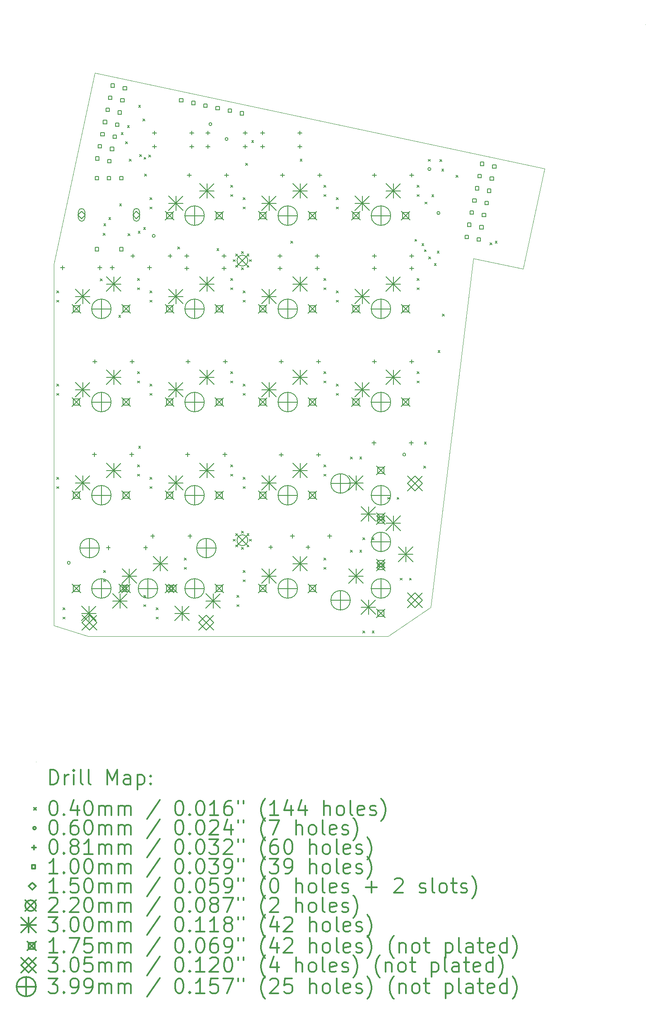
<source format=gbr>
%FSLAX45Y45*%
G04 Gerber Fmt 4.5, Leading zero omitted, Abs format (unit mm)*
G04 Created by KiCad (PCBNEW (5.1.5-0-10_14)) date 2020-05-14 06:03:18*
%MOMM*%
%LPD*%
G04 APERTURE LIST*
%TA.AperFunction,Profile*%
%ADD10C,0.050000*%
%TD*%
%ADD11C,0.200000*%
%ADD12C,0.300000*%
G04 APERTURE END LIST*
D10*
X13880084Y-13484860D02*
X13004800Y-14071600D01*
X14751055Y-6349787D02*
X13880084Y-13484860D01*
X6175038Y-13849886D02*
X6175046Y-6474783D01*
X18263680Y-1566004D02*
X18263680Y-1566004D01*
X5809520Y-16636168D02*
X5809520Y-16636168D01*
X15767939Y-6565662D02*
X14751055Y-6349787D01*
X13004800Y-14071600D02*
X6870700Y-14073144D01*
X6870700Y-14073144D02*
X6175038Y-13849886D01*
X7007157Y-2563188D02*
X16203409Y-4516938D01*
X6175046Y-6474783D02*
X7007157Y-2563188D01*
X16203409Y-4516938D02*
X15767939Y-6565662D01*
D11*
X7121302Y-6765701D02*
X7161302Y-6805701D01*
X7161302Y-6765701D02*
X7121302Y-6805701D01*
X7180901Y-5834700D02*
X7220901Y-5874700D01*
X7220901Y-5834700D02*
X7180901Y-5874700D01*
X7193600Y-5644200D02*
X7233600Y-5684200D01*
X7233600Y-5644200D02*
X7193600Y-5684200D01*
X7295200Y-5517200D02*
X7335200Y-5557200D01*
X7335200Y-5517200D02*
X7295200Y-5557200D01*
X7498400Y-7511100D02*
X7538400Y-7551100D01*
X7538400Y-7511100D02*
X7498400Y-7551100D01*
X7514055Y-5234845D02*
X7554055Y-5274845D01*
X7554055Y-5234845D02*
X7514055Y-5274845D01*
X7549200Y-3777300D02*
X7589200Y-3817300D01*
X7589200Y-3777300D02*
X7549200Y-3817300D01*
X7638100Y-3967800D02*
X7678100Y-4007800D01*
X7678100Y-3967800D02*
X7638100Y-4007800D01*
X7676200Y-3637600D02*
X7716200Y-3677600D01*
X7716200Y-3637600D02*
X7676200Y-3677600D01*
X7688900Y-5847400D02*
X7728900Y-5887400D01*
X7728900Y-5847400D02*
X7688900Y-5887400D01*
X7714300Y-4323400D02*
X7754300Y-4363400D01*
X7754300Y-4323400D02*
X7714300Y-4363400D01*
X7895046Y-5793655D02*
X7935046Y-5833655D01*
X7935046Y-5793655D02*
X7895046Y-5833655D01*
X7904800Y-3218500D02*
X7944800Y-3258500D01*
X7944800Y-3218500D02*
X7904800Y-3258500D01*
X7904800Y-10190800D02*
X7944800Y-10230800D01*
X7944800Y-10190800D02*
X7904800Y-10230800D01*
X7923821Y-4230830D02*
X7963821Y-4270830D01*
X7963821Y-4230830D02*
X7923821Y-4270830D01*
X7995001Y-3497900D02*
X8035001Y-3537900D01*
X8035001Y-3497900D02*
X7995001Y-3537900D01*
X8006400Y-5720400D02*
X8046400Y-5760400D01*
X8046400Y-5720400D02*
X8006400Y-5760400D01*
X8014914Y-4283054D02*
X8054914Y-4323054D01*
X8054914Y-4283054D02*
X8014914Y-4323054D01*
X8025661Y-4628200D02*
X8065661Y-4668200D01*
X8065661Y-4628200D02*
X8025661Y-4668200D01*
X8109275Y-4236998D02*
X8149275Y-4276998D01*
X8149275Y-4236998D02*
X8109275Y-4276998D01*
X8704900Y-6114100D02*
X8744900Y-6154100D01*
X8744900Y-6114100D02*
X8704900Y-6154100D01*
X9505000Y-6152200D02*
X9545000Y-6192200D01*
X9545000Y-6152200D02*
X9505000Y-6192200D01*
X10092900Y-4408600D02*
X10132900Y-4448600D01*
X10132900Y-4408600D02*
X10092900Y-4448600D01*
X10216200Y-3942400D02*
X10256200Y-3982400D01*
X10256200Y-3942400D02*
X10216200Y-3982400D01*
X11013378Y-5998499D02*
X11053378Y-6038499D01*
X11053378Y-5998499D02*
X11013378Y-6038499D01*
X11206800Y-4324701D02*
X11246800Y-4364701D01*
X11246800Y-4324701D02*
X11206800Y-4364701D01*
X13551317Y-5960388D02*
X13591317Y-6000388D01*
X13591317Y-5960388D02*
X13551317Y-6000388D01*
X13696000Y-6050600D02*
X13736000Y-6090600D01*
X13736000Y-6050600D02*
X13696000Y-6090600D01*
X13734100Y-10597200D02*
X13774100Y-10637200D01*
X13774100Y-10597200D02*
X13734100Y-10637200D01*
X13746602Y-6170612D02*
X13786602Y-6210612D01*
X13786602Y-6170612D02*
X13746602Y-6210612D01*
X13746800Y-10101900D02*
X13786800Y-10141900D01*
X13786800Y-10101900D02*
X13746800Y-10141900D01*
X13759500Y-5198172D02*
X13799500Y-5238172D01*
X13799500Y-5198172D02*
X13759500Y-5238172D01*
X13824047Y-4326874D02*
X13864047Y-4366874D01*
X13864047Y-4326874D02*
X13824047Y-4366874D01*
X13835234Y-6317766D02*
X13875234Y-6357766D01*
X13875234Y-6317766D02*
X13835234Y-6357766D01*
X13899199Y-5047300D02*
X13939199Y-5087300D01*
X13939199Y-5047300D02*
X13899199Y-5087300D01*
X13950000Y-6457000D02*
X13990000Y-6497000D01*
X13990000Y-6457000D02*
X13950000Y-6497000D01*
X14009738Y-6200741D02*
X14049738Y-6240741D01*
X14049738Y-6200741D02*
X14009738Y-6240741D01*
X14026200Y-8235000D02*
X14066200Y-8275000D01*
X14066200Y-8235000D02*
X14026200Y-8275000D01*
X14064300Y-4331099D02*
X14104300Y-4371099D01*
X14104300Y-4331099D02*
X14064300Y-4371099D01*
X14102400Y-4526600D02*
X14142400Y-4566600D01*
X14142400Y-4526600D02*
X14102400Y-4566600D01*
X14115100Y-7485700D02*
X14155100Y-7525700D01*
X14155100Y-7485700D02*
X14115100Y-7525700D01*
X14394500Y-4653600D02*
X14434500Y-4693600D01*
X14434500Y-4653600D02*
X14394500Y-4693600D01*
X15088844Y-6031805D02*
X15128844Y-6071805D01*
X15128844Y-6031805D02*
X15088844Y-6071805D01*
X15194600Y-5999800D02*
X15234600Y-6039800D01*
X15234600Y-5999800D02*
X15194600Y-6039800D01*
X6234750Y-8916714D02*
X6274750Y-8956714D01*
X6274750Y-8916714D02*
X6234750Y-8956714D01*
X6234750Y-9109114D02*
X6274750Y-9149114D01*
X6274750Y-9109114D02*
X6234750Y-9149114D01*
X7885750Y-8662714D02*
X7925750Y-8702714D01*
X7925750Y-8662714D02*
X7885750Y-8702714D01*
X7885750Y-8855114D02*
X7925750Y-8895114D01*
X7925750Y-8855114D02*
X7885750Y-8895114D01*
X9841650Y-12090720D02*
X9881650Y-12130720D01*
X9881650Y-12090720D02*
X9841650Y-12130720D01*
X9889977Y-11974047D02*
X9929977Y-12014047D01*
X9929977Y-11974047D02*
X9889977Y-12014047D01*
X9889977Y-12207393D02*
X9929977Y-12247393D01*
X9929977Y-12207393D02*
X9889977Y-12247393D01*
X10006650Y-11925720D02*
X10046650Y-11965720D01*
X10046650Y-11925720D02*
X10006650Y-11965720D01*
X10006650Y-12255720D02*
X10046650Y-12295720D01*
X10046650Y-12255720D02*
X10006650Y-12295720D01*
X10123323Y-11974047D02*
X10163323Y-12014047D01*
X10163323Y-11974047D02*
X10123323Y-12014047D01*
X10123323Y-12207393D02*
X10163323Y-12247393D01*
X10163323Y-12207393D02*
X10123323Y-12247393D01*
X10171650Y-12090720D02*
X10211650Y-12130720D01*
X10211650Y-12090720D02*
X10171650Y-12130720D01*
X12234550Y-12314930D02*
X12274550Y-12354930D01*
X12274550Y-12314930D02*
X12234550Y-12354930D01*
X12426950Y-12314930D02*
X12466950Y-12354930D01*
X12466950Y-12314930D02*
X12426950Y-12354930D01*
X12488550Y-13965930D02*
X12528550Y-14005930D01*
X12528550Y-13965930D02*
X12488550Y-14005930D01*
X12680950Y-13965930D02*
X12720950Y-14005930D01*
X12720950Y-13965930D02*
X12680950Y-14005930D01*
X8139750Y-7011706D02*
X8179750Y-7051706D01*
X8179750Y-7011706D02*
X8139750Y-7051706D01*
X8139750Y-7204106D02*
X8179750Y-7244106D01*
X8179750Y-7204106D02*
X8139750Y-7244106D01*
X9790750Y-6757706D02*
X9830750Y-6797706D01*
X9830750Y-6757706D02*
X9790750Y-6797706D01*
X9790750Y-6950106D02*
X9830750Y-6990106D01*
X9830750Y-6950106D02*
X9790750Y-6990106D01*
X11949750Y-7011706D02*
X11989750Y-7051706D01*
X11989750Y-7011706D02*
X11949750Y-7051706D01*
X11949750Y-7204106D02*
X11989750Y-7244106D01*
X11989750Y-7204106D02*
X11949750Y-7244106D01*
X13600750Y-6757706D02*
X13640750Y-6797706D01*
X13640750Y-6757706D02*
X13600750Y-6797706D01*
X13600750Y-6950106D02*
X13640750Y-6990106D01*
X13640750Y-6950106D02*
X13600750Y-6990106D01*
X10044750Y-10821722D02*
X10084750Y-10861722D01*
X10084750Y-10821722D02*
X10044750Y-10861722D01*
X10044750Y-11014122D02*
X10084750Y-11054122D01*
X10084750Y-11014122D02*
X10044750Y-11054122D01*
X11695750Y-10567722D02*
X11735750Y-10607722D01*
X11735750Y-10567722D02*
X11695750Y-10607722D01*
X11695750Y-10760122D02*
X11735750Y-10800122D01*
X11735750Y-10760122D02*
X11695750Y-10800122D01*
X10044750Y-8916714D02*
X10084750Y-8956714D01*
X10084750Y-8916714D02*
X10044750Y-8956714D01*
X10044750Y-9109114D02*
X10084750Y-9149114D01*
X10084750Y-9109114D02*
X10044750Y-9149114D01*
X11695750Y-8662714D02*
X11735750Y-8702714D01*
X11735750Y-8662714D02*
X11695750Y-8702714D01*
X11695750Y-8855114D02*
X11735750Y-8895114D01*
X11735750Y-8855114D02*
X11695750Y-8895114D01*
X12234550Y-10409922D02*
X12274550Y-10449922D01*
X12274550Y-10409922D02*
X12234550Y-10449922D01*
X12426950Y-10409922D02*
X12466950Y-10449922D01*
X12466950Y-10409922D02*
X12426950Y-10449922D01*
X12488550Y-12060922D02*
X12528550Y-12100922D01*
X12528550Y-12060922D02*
X12488550Y-12100922D01*
X12680950Y-12060922D02*
X12720950Y-12100922D01*
X12720950Y-12060922D02*
X12680950Y-12100922D01*
X6234750Y-10821722D02*
X6274750Y-10861722D01*
X6274750Y-10821722D02*
X6234750Y-10861722D01*
X6234750Y-11014122D02*
X6274750Y-11054122D01*
X6274750Y-11014122D02*
X6234750Y-11054122D01*
X7885750Y-10567722D02*
X7925750Y-10607722D01*
X7925750Y-10567722D02*
X7885750Y-10607722D01*
X7885750Y-10760122D02*
X7925750Y-10800122D01*
X7925750Y-10760122D02*
X7885750Y-10800122D01*
X6234750Y-7011706D02*
X6274750Y-7051706D01*
X6274750Y-7011706D02*
X6234750Y-7051706D01*
X6234750Y-7204106D02*
X6274750Y-7244106D01*
X6274750Y-7204106D02*
X6234750Y-7244106D01*
X7885750Y-6757706D02*
X7925750Y-6797706D01*
X7925750Y-6757706D02*
X7885750Y-6797706D01*
X7885750Y-6950106D02*
X7925750Y-6990106D01*
X7925750Y-6950106D02*
X7885750Y-6990106D01*
X8139750Y-8916714D02*
X8179750Y-8956714D01*
X8179750Y-8916714D02*
X8139750Y-8956714D01*
X8139750Y-9109114D02*
X8179750Y-9149114D01*
X8179750Y-9109114D02*
X8139750Y-9149114D01*
X9790750Y-8662714D02*
X9830750Y-8702714D01*
X9830750Y-8662714D02*
X9790750Y-8702714D01*
X9790750Y-8855114D02*
X9830750Y-8895114D01*
X9830750Y-8855114D02*
X9790750Y-8895114D01*
X10044750Y-5106698D02*
X10084750Y-5146698D01*
X10084750Y-5106698D02*
X10044750Y-5146698D01*
X10044750Y-5299098D02*
X10084750Y-5339098D01*
X10084750Y-5299098D02*
X10044750Y-5339098D01*
X11695750Y-4852698D02*
X11735750Y-4892698D01*
X11735750Y-4852698D02*
X11695750Y-4892698D01*
X11695750Y-5045098D02*
X11735750Y-5085098D01*
X11735750Y-5045098D02*
X11695750Y-5085098D01*
X8266750Y-13488730D02*
X8306750Y-13528730D01*
X8306750Y-13488730D02*
X8266750Y-13528730D01*
X8266750Y-13681130D02*
X8306750Y-13721130D01*
X8306750Y-13681130D02*
X8266750Y-13721130D01*
X9917750Y-13234730D02*
X9957750Y-13274730D01*
X9957750Y-13234730D02*
X9917750Y-13274730D01*
X9917750Y-13427130D02*
X9957750Y-13467130D01*
X9957750Y-13427130D02*
X9917750Y-13467130D01*
X6361750Y-13488730D02*
X6401750Y-13528730D01*
X6401750Y-13488730D02*
X6361750Y-13528730D01*
X6361750Y-13681130D02*
X6401750Y-13721130D01*
X6401750Y-13681130D02*
X6361750Y-13721130D01*
X8012750Y-13234730D02*
X8052750Y-13274730D01*
X8052750Y-13234730D02*
X8012750Y-13274730D01*
X8012750Y-13427130D02*
X8052750Y-13467130D01*
X8052750Y-13427130D02*
X8012750Y-13467130D01*
X8139750Y-5106698D02*
X8179750Y-5146698D01*
X8179750Y-5106698D02*
X8139750Y-5146698D01*
X8139750Y-5299098D02*
X8179750Y-5339098D01*
X8179750Y-5299098D02*
X8139750Y-5339098D01*
X9790750Y-4852698D02*
X9830750Y-4892698D01*
X9830750Y-4852698D02*
X9790750Y-4892698D01*
X9790750Y-5045098D02*
X9830750Y-5085098D01*
X9830750Y-5045098D02*
X9790750Y-5085098D01*
X10044750Y-12726730D02*
X10084750Y-12766730D01*
X10084750Y-12726730D02*
X10044750Y-12766730D01*
X10044750Y-12919130D02*
X10084750Y-12959130D01*
X10084750Y-12919130D02*
X10044750Y-12959130D01*
X11695750Y-12472730D02*
X11735750Y-12512730D01*
X11735750Y-12472730D02*
X11695750Y-12512730D01*
X11695750Y-12665130D02*
X11735750Y-12705130D01*
X11735750Y-12665130D02*
X11695750Y-12705130D01*
X10044750Y-7011706D02*
X10084750Y-7051706D01*
X10084750Y-7011706D02*
X10044750Y-7051706D01*
X10044750Y-7204106D02*
X10084750Y-7244106D01*
X10084750Y-7204106D02*
X10044750Y-7244106D01*
X11695750Y-6757706D02*
X11735750Y-6797706D01*
X11735750Y-6757706D02*
X11695750Y-6797706D01*
X11695750Y-6950106D02*
X11735750Y-6990106D01*
X11735750Y-6950106D02*
X11695750Y-6990106D01*
X9841550Y-6375720D02*
X9881550Y-6415720D01*
X9881550Y-6375720D02*
X9841550Y-6415720D01*
X9889877Y-6259047D02*
X9929877Y-6299047D01*
X9929877Y-6259047D02*
X9889877Y-6299047D01*
X9889877Y-6492393D02*
X9929877Y-6532393D01*
X9929877Y-6492393D02*
X9889877Y-6532393D01*
X10006550Y-6210720D02*
X10046550Y-6250720D01*
X10046550Y-6210720D02*
X10006550Y-6250720D01*
X10006550Y-6540720D02*
X10046550Y-6580720D01*
X10046550Y-6540720D02*
X10006550Y-6580720D01*
X10123223Y-6259047D02*
X10163223Y-6299047D01*
X10163223Y-6259047D02*
X10123223Y-6299047D01*
X10123223Y-6492393D02*
X10163223Y-6532393D01*
X10163223Y-6492393D02*
X10123223Y-6532393D01*
X10171550Y-6375720D02*
X10211550Y-6415720D01*
X10211550Y-6375720D02*
X10171550Y-6415720D01*
X11949750Y-8916714D02*
X11989750Y-8956714D01*
X11989750Y-8916714D02*
X11949750Y-8956714D01*
X11949750Y-9109114D02*
X11989750Y-9149114D01*
X11989750Y-9109114D02*
X11949750Y-9149114D01*
X13600750Y-8662714D02*
X13640750Y-8702714D01*
X13640750Y-8662714D02*
X13600750Y-8702714D01*
X13600750Y-8855114D02*
X13640750Y-8895114D01*
X13640750Y-8855114D02*
X13600750Y-8895114D01*
X11949750Y-5106698D02*
X11989750Y-5146698D01*
X11989750Y-5106698D02*
X11949750Y-5146698D01*
X11949750Y-5299098D02*
X11989750Y-5339098D01*
X11989750Y-5299098D02*
X11949750Y-5339098D01*
X13600750Y-4852698D02*
X13640750Y-4892698D01*
X13640750Y-4852698D02*
X13600750Y-4892698D01*
X13600750Y-5045098D02*
X13640750Y-5085098D01*
X13640750Y-5045098D02*
X13600750Y-5085098D01*
X12996550Y-11235426D02*
X13036550Y-11275426D01*
X13036550Y-11235426D02*
X12996550Y-11275426D01*
X13188950Y-11235426D02*
X13228950Y-11275426D01*
X13228950Y-11235426D02*
X13188950Y-11275426D01*
X13250550Y-12886426D02*
X13290550Y-12926426D01*
X13290550Y-12886426D02*
X13250550Y-12926426D01*
X13442950Y-12886426D02*
X13482950Y-12926426D01*
X13482950Y-12886426D02*
X13442950Y-12926426D01*
X8139750Y-10821722D02*
X8179750Y-10861722D01*
X8179750Y-10821722D02*
X8139750Y-10861722D01*
X8139750Y-11014122D02*
X8179750Y-11054122D01*
X8179750Y-11014122D02*
X8139750Y-11054122D01*
X9790750Y-10567722D02*
X9830750Y-10607722D01*
X9830750Y-10567722D02*
X9790750Y-10607722D01*
X9790750Y-10760122D02*
X9830750Y-10800122D01*
X9830750Y-10760122D02*
X9790750Y-10800122D01*
X7187250Y-12726730D02*
X7227250Y-12766730D01*
X7227250Y-12726730D02*
X7187250Y-12766730D01*
X7187250Y-12919130D02*
X7227250Y-12959130D01*
X7227250Y-12919130D02*
X7187250Y-12959130D01*
X8838250Y-12472730D02*
X8878250Y-12512730D01*
X8878250Y-12472730D02*
X8838250Y-12512730D01*
X8838250Y-12665130D02*
X8878250Y-12705130D01*
X8878250Y-12665130D02*
X8838250Y-12705130D01*
X6507000Y-12573000D02*
G75*
G03X6507000Y-12573000I-30000J0D01*
G01*
X8243299Y-5890387D02*
G75*
G03X8243299Y-5890387I-30000J0D01*
G01*
X9402600Y-3606800D02*
G75*
G03X9402600Y-3606800I-30000J0D01*
G01*
X9732800Y-3911600D02*
G75*
G03X9732800Y-3911600I-30000J0D01*
G01*
X13365000Y-10358481D02*
G75*
G03X13365000Y-10358481I-30000J0D01*
G01*
X13879096Y-4525084D02*
G75*
G03X13879096Y-4525084I-30000J0D01*
G01*
X14063500Y-5422900D02*
G75*
G03X14063500Y-5422900I-30000J0D01*
G01*
X8229600Y-3743960D02*
X8229600Y-3825240D01*
X8188960Y-3784600D02*
X8270240Y-3784600D01*
X8991600Y-3743960D02*
X8991600Y-3825240D01*
X8950960Y-3784600D02*
X9032240Y-3784600D01*
X10795000Y-6258560D02*
X10795000Y-6339840D01*
X10754360Y-6299200D02*
X10835640Y-6299200D01*
X11557000Y-6258560D02*
X11557000Y-6339840D01*
X11516360Y-6299200D02*
X11597640Y-6299200D01*
X8890000Y-6258560D02*
X8890000Y-6339840D01*
X8849360Y-6299200D02*
X8930640Y-6299200D01*
X9652000Y-6258560D02*
X9652000Y-6339840D01*
X9611360Y-6299200D02*
X9692640Y-6299200D01*
X10845800Y-4607560D02*
X10845800Y-4688840D01*
X10805160Y-4648200D02*
X10886440Y-4648200D01*
X11607800Y-4607560D02*
X11607800Y-4688840D01*
X11567160Y-4648200D02*
X11648440Y-4648200D01*
X10795000Y-6512560D02*
X10795000Y-6593840D01*
X10754360Y-6553200D02*
X10835640Y-6553200D01*
X11557000Y-6512560D02*
X11557000Y-6593840D01*
X11516360Y-6553200D02*
X11597640Y-6553200D01*
X9321800Y-3743960D02*
X9321800Y-3825240D01*
X9281160Y-3784600D02*
X9362440Y-3784600D01*
X10083800Y-3743960D02*
X10083800Y-3825240D01*
X10043160Y-3784600D02*
X10124440Y-3784600D01*
X12725400Y-4607560D02*
X12725400Y-4688840D01*
X12684760Y-4648200D02*
X12766040Y-4648200D01*
X13487400Y-4607560D02*
X13487400Y-4688840D01*
X13446760Y-4648200D02*
X13528040Y-4648200D01*
X7010400Y-8417560D02*
X7010400Y-8498840D01*
X6969760Y-8458200D02*
X7051040Y-8458200D01*
X7772400Y-8417560D02*
X7772400Y-8498840D01*
X7731760Y-8458200D02*
X7813040Y-8458200D01*
X10439400Y-4023360D02*
X10439400Y-4104640D01*
X10398760Y-4064000D02*
X10480040Y-4064000D01*
X11201400Y-4023360D02*
X11201400Y-4104640D01*
X11160760Y-4064000D02*
X11242040Y-4064000D01*
X8940800Y-4607560D02*
X8940800Y-4688840D01*
X8900160Y-4648200D02*
X8981440Y-4648200D01*
X9702800Y-4607560D02*
X9702800Y-4688840D01*
X9662160Y-4648200D02*
X9743440Y-4648200D01*
X8191500Y-11984723D02*
X8191500Y-12066003D01*
X8150860Y-12025363D02*
X8232140Y-12025363D01*
X8953500Y-11984723D02*
X8953500Y-12066003D01*
X8912860Y-12025363D02*
X8994140Y-12025363D01*
X8905875Y-10317841D02*
X8905875Y-10399121D01*
X8865235Y-10358481D02*
X8946515Y-10358481D01*
X9667875Y-10317841D02*
X9667875Y-10399121D01*
X9627235Y-10358481D02*
X9708515Y-10358481D01*
X10604500Y-12209780D02*
X10604500Y-12291060D01*
X10563860Y-12250420D02*
X10645140Y-12250420D01*
X11366500Y-12209780D02*
X11366500Y-12291060D01*
X11325860Y-12250420D02*
X11407140Y-12250420D01*
X12725400Y-6258560D02*
X12725400Y-6339840D01*
X12684760Y-6299200D02*
X12766040Y-6299200D01*
X13487400Y-6258560D02*
X13487400Y-6339840D01*
X13446760Y-6299200D02*
X13528040Y-6299200D01*
X7366000Y-6499860D02*
X7366000Y-6581140D01*
X7325360Y-6540500D02*
X7406640Y-6540500D01*
X8128000Y-6499860D02*
X8128000Y-6581140D01*
X8087360Y-6540500D02*
X8168640Y-6540500D01*
X10439400Y-3743960D02*
X10439400Y-3825240D01*
X10398760Y-3784600D02*
X10480040Y-3784600D01*
X11201400Y-3743960D02*
X11201400Y-3825240D01*
X11160760Y-3784600D02*
X11242040Y-3784600D01*
X11049000Y-11984723D02*
X11049000Y-12066003D01*
X11008360Y-12025363D02*
X11089640Y-12025363D01*
X11811000Y-11984723D02*
X11811000Y-12066003D01*
X11770360Y-12025363D02*
X11851640Y-12025363D01*
X10820400Y-10322560D02*
X10820400Y-10403840D01*
X10779760Y-10363200D02*
X10861040Y-10363200D01*
X11582400Y-10322560D02*
X11582400Y-10403840D01*
X11541760Y-10363200D02*
X11623040Y-10363200D01*
X12725400Y-8417560D02*
X12725400Y-8498840D01*
X12684760Y-8458200D02*
X12766040Y-8458200D01*
X13487400Y-8417560D02*
X13487400Y-8498840D01*
X13446760Y-8458200D02*
X13528040Y-8458200D01*
X6350000Y-6499860D02*
X6350000Y-6581140D01*
X6309360Y-6540500D02*
X6390640Y-6540500D01*
X7112000Y-6499860D02*
X7112000Y-6581140D01*
X7071360Y-6540500D02*
X7152640Y-6540500D01*
X7785400Y-6258560D02*
X7785400Y-6339840D01*
X7744760Y-6299200D02*
X7826040Y-6299200D01*
X8547400Y-6258560D02*
X8547400Y-6339840D01*
X8506760Y-6299200D02*
X8588040Y-6299200D01*
X12715875Y-10079715D02*
X12715875Y-10160995D01*
X12675235Y-10120355D02*
X12756515Y-10120355D01*
X13477875Y-10079715D02*
X13477875Y-10160995D01*
X13437235Y-10120355D02*
X13518515Y-10120355D01*
X10820400Y-8417560D02*
X10820400Y-8498840D01*
X10779760Y-8458200D02*
X10861040Y-8458200D01*
X11582400Y-8417560D02*
X11582400Y-8498840D01*
X11541760Y-8458200D02*
X11623040Y-8458200D01*
X8890000Y-6512560D02*
X8890000Y-6593840D01*
X8849360Y-6553200D02*
X8930640Y-6553200D01*
X9652000Y-6512560D02*
X9652000Y-6593840D01*
X9611360Y-6553200D02*
X9692640Y-6553200D01*
X7285660Y-12223371D02*
X7285660Y-12304651D01*
X7245020Y-12264011D02*
X7326300Y-12264011D01*
X8047660Y-12223371D02*
X8047660Y-12304651D01*
X8007020Y-12264011D02*
X8088300Y-12264011D01*
X8229600Y-4023360D02*
X8229600Y-4104640D01*
X8188960Y-4064000D02*
X8270240Y-4064000D01*
X8991600Y-4023360D02*
X8991600Y-4104640D01*
X8950960Y-4064000D02*
X9032240Y-4064000D01*
X8915400Y-8417560D02*
X8915400Y-8498840D01*
X8874760Y-8458200D02*
X8956040Y-8458200D01*
X9677400Y-8417560D02*
X9677400Y-8498840D01*
X9636760Y-8458200D02*
X9718040Y-8458200D01*
X9321800Y-4023360D02*
X9321800Y-4104640D01*
X9281160Y-4064000D02*
X9362440Y-4064000D01*
X10083800Y-4023360D02*
X10083800Y-4104640D01*
X10043160Y-4064000D02*
X10124440Y-4064000D01*
X12725400Y-6512560D02*
X12725400Y-6593840D01*
X12684760Y-6553200D02*
X12766040Y-6553200D01*
X13487400Y-6512560D02*
X13487400Y-6593840D01*
X13446760Y-6553200D02*
X13528040Y-6553200D01*
X7000875Y-10317841D02*
X7000875Y-10399121D01*
X6960235Y-10358481D02*
X7041515Y-10358481D01*
X7762875Y-10317841D02*
X7762875Y-10399121D01*
X7722235Y-10358481D02*
X7803515Y-10358481D01*
X14646960Y-5945428D02*
X14646960Y-5874716D01*
X14576248Y-5874716D01*
X14576248Y-5945428D01*
X14646960Y-5945428D01*
X14699769Y-5696978D02*
X14699769Y-5626267D01*
X14629058Y-5626267D01*
X14629058Y-5696978D01*
X14699769Y-5696978D01*
X14752579Y-5448529D02*
X14752579Y-5377817D01*
X14681867Y-5377817D01*
X14681867Y-5448529D01*
X14752579Y-5448529D01*
X14805388Y-5200079D02*
X14805388Y-5129368D01*
X14734677Y-5129368D01*
X14734677Y-5200079D01*
X14805388Y-5200079D01*
X14858198Y-4951630D02*
X14858198Y-4880918D01*
X14787487Y-4880918D01*
X14787487Y-4951630D01*
X14858198Y-4951630D01*
X14895409Y-5998237D02*
X14895409Y-5927526D01*
X14824698Y-5927526D01*
X14824698Y-5998237D01*
X14895409Y-5998237D01*
X14911007Y-4703180D02*
X14911007Y-4632469D01*
X14840296Y-4632469D01*
X14840296Y-4703180D01*
X14911007Y-4703180D01*
X14948219Y-5749788D02*
X14948219Y-5679076D01*
X14877507Y-5679076D01*
X14877507Y-5749788D01*
X14948219Y-5749788D01*
X14963817Y-4454731D02*
X14963817Y-4384019D01*
X14893106Y-4384019D01*
X14893106Y-4454731D01*
X14963817Y-4454731D01*
X15001028Y-5501338D02*
X15001028Y-5430627D01*
X14930317Y-5430627D01*
X14930317Y-5501338D01*
X15001028Y-5501338D01*
X15053838Y-5252889D02*
X15053838Y-5182177D01*
X14983126Y-5182177D01*
X14983126Y-5252889D01*
X15053838Y-5252889D01*
X15106647Y-5004439D02*
X15106647Y-4933728D01*
X15035936Y-4933728D01*
X15035936Y-5004439D01*
X15106647Y-5004439D01*
X15159457Y-4755990D02*
X15159457Y-4685278D01*
X15088746Y-4685278D01*
X15088746Y-4755990D01*
X15159457Y-4755990D01*
X15212267Y-4507540D02*
X15212267Y-4436829D01*
X15141555Y-4436829D01*
X15141555Y-4507540D01*
X15212267Y-4507540D01*
X7095502Y-4343726D02*
X7095502Y-4273015D01*
X7024791Y-4273015D01*
X7024791Y-4343726D01*
X7095502Y-4343726D01*
X7148312Y-4095277D02*
X7148312Y-4024565D01*
X7077600Y-4024565D01*
X7077600Y-4095277D01*
X7148312Y-4095277D01*
X7201121Y-3846827D02*
X7201121Y-3776116D01*
X7130410Y-3776116D01*
X7130410Y-3846827D01*
X7201121Y-3846827D01*
X7253931Y-3598378D02*
X7253931Y-3527666D01*
X7183219Y-3527666D01*
X7183219Y-3598378D01*
X7253931Y-3598378D01*
X7306740Y-3349928D02*
X7306740Y-3279217D01*
X7236029Y-3279217D01*
X7236029Y-3349928D01*
X7306740Y-3349928D01*
X7343952Y-4396536D02*
X7343952Y-4325824D01*
X7273240Y-4325824D01*
X7273240Y-4396536D01*
X7343952Y-4396536D01*
X7359550Y-3101479D02*
X7359550Y-3030767D01*
X7288839Y-3030767D01*
X7288839Y-3101479D01*
X7359550Y-3101479D01*
X7396761Y-4148086D02*
X7396761Y-4077375D01*
X7326050Y-4077375D01*
X7326050Y-4148086D01*
X7396761Y-4148086D01*
X7412360Y-2853029D02*
X7412360Y-2782318D01*
X7341648Y-2782318D01*
X7341648Y-2853029D01*
X7412360Y-2853029D01*
X7449571Y-3899637D02*
X7449571Y-3828925D01*
X7378859Y-3828925D01*
X7378859Y-3899637D01*
X7449571Y-3899637D01*
X7502380Y-3651187D02*
X7502380Y-3580476D01*
X7431669Y-3580476D01*
X7431669Y-3651187D01*
X7502380Y-3651187D01*
X7555190Y-3402738D02*
X7555190Y-3332026D01*
X7484479Y-3332026D01*
X7484479Y-3402738D01*
X7555190Y-3402738D01*
X7607999Y-3154288D02*
X7607999Y-3083577D01*
X7537288Y-3083577D01*
X7537288Y-3154288D01*
X7607999Y-3154288D01*
X7660809Y-2905839D02*
X7660809Y-2835127D01*
X7590098Y-2835127D01*
X7590098Y-2905839D01*
X7660809Y-2905839D01*
X7085356Y-4746356D02*
X7085356Y-4675644D01*
X7014644Y-4675644D01*
X7014644Y-4746356D01*
X7085356Y-4746356D01*
X7085356Y-6196356D02*
X7085356Y-6125644D01*
X7014644Y-6125644D01*
X7014644Y-6196356D01*
X7085356Y-6196356D01*
X7335356Y-4746356D02*
X7335356Y-4675644D01*
X7264644Y-4675644D01*
X7264644Y-4746356D01*
X7335356Y-4746356D01*
X7585356Y-4746356D02*
X7585356Y-4675644D01*
X7514644Y-4675644D01*
X7514644Y-4746356D01*
X7585356Y-4746356D01*
X7585356Y-6196356D02*
X7585356Y-6125644D01*
X7514644Y-6125644D01*
X7514644Y-6196356D01*
X7585356Y-6196356D01*
X8809457Y-3155537D02*
X8809457Y-3084825D01*
X8738745Y-3084825D01*
X8738745Y-3155537D01*
X8809457Y-3155537D01*
X9057906Y-3208346D02*
X9057906Y-3137635D01*
X8987195Y-3137635D01*
X8987195Y-3208346D01*
X9057906Y-3208346D01*
X9306356Y-3261156D02*
X9306356Y-3190444D01*
X9235644Y-3190444D01*
X9235644Y-3261156D01*
X9306356Y-3261156D01*
X9554805Y-3313965D02*
X9554805Y-3243254D01*
X9484094Y-3243254D01*
X9484094Y-3313965D01*
X9554805Y-3313965D01*
X9803255Y-3366775D02*
X9803255Y-3296063D01*
X9732543Y-3296063D01*
X9732543Y-3366775D01*
X9803255Y-3366775D01*
X10051704Y-3419584D02*
X10051704Y-3348873D01*
X9980993Y-3348873D01*
X9980993Y-3419584D01*
X10051704Y-3419584D01*
X6740000Y-5536000D02*
X6815000Y-5461000D01*
X6740000Y-5386000D01*
X6665000Y-5461000D01*
X6740000Y-5536000D01*
X6675000Y-5396000D02*
X6675000Y-5526000D01*
X6805000Y-5396000D02*
X6805000Y-5526000D01*
X6675000Y-5526000D02*
G75*
G03X6805000Y-5526000I65000J0D01*
G01*
X6805000Y-5396000D02*
G75*
G03X6675000Y-5396000I-65000J0D01*
G01*
X7860000Y-5536000D02*
X7935000Y-5461000D01*
X7860000Y-5386000D01*
X7785000Y-5461000D01*
X7860000Y-5536000D01*
X7795000Y-5396000D02*
X7795000Y-5526000D01*
X7925000Y-5396000D02*
X7925000Y-5526000D01*
X7795000Y-5526000D02*
G75*
G03X7925000Y-5526000I65000J0D01*
G01*
X7925000Y-5396000D02*
G75*
G03X7795000Y-5396000I-65000J0D01*
G01*
X9916550Y-6285720D02*
X10136550Y-6505720D01*
X10136550Y-6285720D02*
X9916550Y-6505720D01*
X10136550Y-6395720D02*
G75*
G03X10136550Y-6395720I-110000J0D01*
G01*
X9916650Y-12000720D02*
X10136650Y-12220720D01*
X10136650Y-12000720D02*
X9916650Y-12220720D01*
X10136650Y-12110720D02*
G75*
G03X10136650Y-12110720I-110000J0D01*
G01*
X12327750Y-6977906D02*
X12627750Y-7277906D01*
X12627750Y-6977906D02*
X12327750Y-7277906D01*
X12477750Y-6977906D02*
X12477750Y-7277906D01*
X12327750Y-7127906D02*
X12627750Y-7127906D01*
X12962750Y-6723906D02*
X13262750Y-7023906D01*
X13262750Y-6723906D02*
X12962750Y-7023906D01*
X13112750Y-6723906D02*
X13112750Y-7023906D01*
X12962750Y-6873906D02*
X13262750Y-6873906D01*
X10422750Y-10787922D02*
X10722750Y-11087922D01*
X10722750Y-10787922D02*
X10422750Y-11087922D01*
X10572750Y-10787922D02*
X10572750Y-11087922D01*
X10422750Y-10937922D02*
X10722750Y-10937922D01*
X11057750Y-10533922D02*
X11357750Y-10833922D01*
X11357750Y-10533922D02*
X11057750Y-10833922D01*
X11207750Y-10533922D02*
X11207750Y-10833922D01*
X11057750Y-10683922D02*
X11357750Y-10683922D01*
X10422750Y-8882914D02*
X10722750Y-9182914D01*
X10722750Y-8882914D02*
X10422750Y-9182914D01*
X10572750Y-8882914D02*
X10572750Y-9182914D01*
X10422750Y-9032914D02*
X10722750Y-9032914D01*
X11057750Y-8628914D02*
X11357750Y-8928914D01*
X11357750Y-8628914D02*
X11057750Y-8928914D01*
X11207750Y-8628914D02*
X11207750Y-8928914D01*
X11057750Y-8778914D02*
X11357750Y-8778914D01*
X12200750Y-10787922D02*
X12500750Y-11087922D01*
X12500750Y-10787922D02*
X12200750Y-11087922D01*
X12350750Y-10787922D02*
X12350750Y-11087922D01*
X12200750Y-10937922D02*
X12500750Y-10937922D01*
X12454750Y-11422922D02*
X12754750Y-11722922D01*
X12754750Y-11422922D02*
X12454750Y-11722922D01*
X12604750Y-11422922D02*
X12604750Y-11722922D01*
X12454750Y-11572922D02*
X12754750Y-11572922D01*
X6612750Y-10787922D02*
X6912750Y-11087922D01*
X6912750Y-10787922D02*
X6612750Y-11087922D01*
X6762750Y-10787922D02*
X6762750Y-11087922D01*
X6612750Y-10937922D02*
X6912750Y-10937922D01*
X7247750Y-10533922D02*
X7547750Y-10833922D01*
X7547750Y-10533922D02*
X7247750Y-10833922D01*
X7397750Y-10533922D02*
X7397750Y-10833922D01*
X7247750Y-10683922D02*
X7547750Y-10683922D01*
X6612750Y-6977906D02*
X6912750Y-7277906D01*
X6912750Y-6977906D02*
X6612750Y-7277906D01*
X6762750Y-6977906D02*
X6762750Y-7277906D01*
X6612750Y-7127906D02*
X6912750Y-7127906D01*
X7247750Y-6723906D02*
X7547750Y-7023906D01*
X7547750Y-6723906D02*
X7247750Y-7023906D01*
X7397750Y-6723906D02*
X7397750Y-7023906D01*
X7247750Y-6873906D02*
X7547750Y-6873906D01*
X8517750Y-8882914D02*
X8817750Y-9182914D01*
X8817750Y-8882914D02*
X8517750Y-9182914D01*
X8667750Y-8882914D02*
X8667750Y-9182914D01*
X8517750Y-9032914D02*
X8817750Y-9032914D01*
X9152750Y-8628914D02*
X9452750Y-8928914D01*
X9452750Y-8628914D02*
X9152750Y-8928914D01*
X9302750Y-8628914D02*
X9302750Y-8928914D01*
X9152750Y-8778914D02*
X9452750Y-8778914D01*
X10422750Y-5072898D02*
X10722750Y-5372898D01*
X10722750Y-5072898D02*
X10422750Y-5372898D01*
X10572750Y-5072898D02*
X10572750Y-5372898D01*
X10422750Y-5222898D02*
X10722750Y-5222898D01*
X11057750Y-4818898D02*
X11357750Y-5118898D01*
X11357750Y-4818898D02*
X11057750Y-5118898D01*
X11207750Y-4818898D02*
X11207750Y-5118898D01*
X11057750Y-4968898D02*
X11357750Y-4968898D01*
X8644750Y-13454930D02*
X8944750Y-13754930D01*
X8944750Y-13454930D02*
X8644750Y-13754930D01*
X8794750Y-13454930D02*
X8794750Y-13754930D01*
X8644750Y-13604930D02*
X8944750Y-13604930D01*
X9279750Y-13200930D02*
X9579750Y-13500930D01*
X9579750Y-13200930D02*
X9279750Y-13500930D01*
X9429750Y-13200930D02*
X9429750Y-13500930D01*
X9279750Y-13350930D02*
X9579750Y-13350930D01*
X6739750Y-13454930D02*
X7039750Y-13754930D01*
X7039750Y-13454930D02*
X6739750Y-13754930D01*
X6889750Y-13454930D02*
X6889750Y-13754930D01*
X6739750Y-13604930D02*
X7039750Y-13604930D01*
X7374750Y-13200930D02*
X7674750Y-13500930D01*
X7674750Y-13200930D02*
X7374750Y-13500930D01*
X7524750Y-13200930D02*
X7524750Y-13500930D01*
X7374750Y-13350930D02*
X7674750Y-13350930D01*
X8517750Y-5072898D02*
X8817750Y-5372898D01*
X8817750Y-5072898D02*
X8517750Y-5372898D01*
X8667750Y-5072898D02*
X8667750Y-5372898D01*
X8517750Y-5222898D02*
X8817750Y-5222898D01*
X9152750Y-4818898D02*
X9452750Y-5118898D01*
X9452750Y-4818898D02*
X9152750Y-5118898D01*
X9302750Y-4818898D02*
X9302750Y-5118898D01*
X9152750Y-4968898D02*
X9452750Y-4968898D01*
X10422750Y-12692930D02*
X10722750Y-12992930D01*
X10722750Y-12692930D02*
X10422750Y-12992930D01*
X10572750Y-12692930D02*
X10572750Y-12992930D01*
X10422750Y-12842930D02*
X10722750Y-12842930D01*
X11057750Y-12438930D02*
X11357750Y-12738930D01*
X11357750Y-12438930D02*
X11057750Y-12738930D01*
X11207750Y-12438930D02*
X11207750Y-12738930D01*
X11057750Y-12588930D02*
X11357750Y-12588930D01*
X10422750Y-6977906D02*
X10722750Y-7277906D01*
X10722750Y-6977906D02*
X10422750Y-7277906D01*
X10572750Y-6977906D02*
X10572750Y-7277906D01*
X10422750Y-7127906D02*
X10722750Y-7127906D01*
X11057750Y-6723906D02*
X11357750Y-7023906D01*
X11357750Y-6723906D02*
X11057750Y-7023906D01*
X11207750Y-6723906D02*
X11207750Y-7023906D01*
X11057750Y-6873906D02*
X11357750Y-6873906D01*
X12327750Y-8882914D02*
X12627750Y-9182914D01*
X12627750Y-8882914D02*
X12327750Y-9182914D01*
X12477750Y-8882914D02*
X12477750Y-9182914D01*
X12327750Y-9032914D02*
X12627750Y-9032914D01*
X12962750Y-8628914D02*
X13262750Y-8928914D01*
X13262750Y-8628914D02*
X12962750Y-8928914D01*
X13112750Y-8628914D02*
X13112750Y-8928914D01*
X12962750Y-8778914D02*
X13262750Y-8778914D01*
X12327750Y-5072898D02*
X12627750Y-5372898D01*
X12627750Y-5072898D02*
X12327750Y-5372898D01*
X12477750Y-5072898D02*
X12477750Y-5372898D01*
X12327750Y-5222898D02*
X12627750Y-5222898D01*
X12962750Y-4818898D02*
X13262750Y-5118898D01*
X13262750Y-4818898D02*
X12962750Y-5118898D01*
X13112750Y-4818898D02*
X13112750Y-5118898D01*
X12962750Y-4968898D02*
X13262750Y-4968898D01*
X12962750Y-11613426D02*
X13262750Y-11913426D01*
X13262750Y-11613426D02*
X12962750Y-11913426D01*
X13112750Y-11613426D02*
X13112750Y-11913426D01*
X12962750Y-11763426D02*
X13262750Y-11763426D01*
X13216750Y-12248426D02*
X13516750Y-12548426D01*
X13516750Y-12248426D02*
X13216750Y-12548426D01*
X13366750Y-12248426D02*
X13366750Y-12548426D01*
X13216750Y-12398426D02*
X13516750Y-12398426D01*
X8517750Y-10787922D02*
X8817750Y-11087922D01*
X8817750Y-10787922D02*
X8517750Y-11087922D01*
X8667750Y-10787922D02*
X8667750Y-11087922D01*
X8517750Y-10937922D02*
X8817750Y-10937922D01*
X9152750Y-10533922D02*
X9452750Y-10833922D01*
X9452750Y-10533922D02*
X9152750Y-10833922D01*
X9302750Y-10533922D02*
X9302750Y-10833922D01*
X9152750Y-10683922D02*
X9452750Y-10683922D01*
X7565250Y-12692930D02*
X7865250Y-12992930D01*
X7865250Y-12692930D02*
X7565250Y-12992930D01*
X7715250Y-12692930D02*
X7715250Y-12992930D01*
X7565250Y-12842930D02*
X7865250Y-12842930D01*
X8200250Y-12438930D02*
X8500250Y-12738930D01*
X8500250Y-12438930D02*
X8200250Y-12738930D01*
X8350250Y-12438930D02*
X8350250Y-12738930D01*
X8200250Y-12588930D02*
X8500250Y-12588930D01*
X6612750Y-8882914D02*
X6912750Y-9182914D01*
X6912750Y-8882914D02*
X6612750Y-9182914D01*
X6762750Y-8882914D02*
X6762750Y-9182914D01*
X6612750Y-9032914D02*
X6912750Y-9032914D01*
X7247750Y-8628914D02*
X7547750Y-8928914D01*
X7547750Y-8628914D02*
X7247750Y-8928914D01*
X7397750Y-8628914D02*
X7397750Y-8928914D01*
X7247750Y-8778914D02*
X7547750Y-8778914D01*
X12200750Y-12692930D02*
X12500750Y-12992930D01*
X12500750Y-12692930D02*
X12200750Y-12992930D01*
X12350750Y-12692930D02*
X12350750Y-12992930D01*
X12200750Y-12842930D02*
X12500750Y-12842930D01*
X12454750Y-13327930D02*
X12754750Y-13627930D01*
X12754750Y-13327930D02*
X12454750Y-13627930D01*
X12604750Y-13327930D02*
X12604750Y-13627930D01*
X12454750Y-13477930D02*
X12754750Y-13477930D01*
X8517750Y-6977906D02*
X8817750Y-7277906D01*
X8817750Y-6977906D02*
X8517750Y-7277906D01*
X8667750Y-6977906D02*
X8667750Y-7277906D01*
X8517750Y-7127906D02*
X8817750Y-7127906D01*
X9152750Y-6723906D02*
X9452750Y-7023906D01*
X9452750Y-6723906D02*
X9152750Y-7023906D01*
X9302750Y-6723906D02*
X9302750Y-7023906D01*
X9152750Y-6873906D02*
X9452750Y-6873906D01*
X6548250Y-11104422D02*
X6723250Y-11279422D01*
X6723250Y-11104422D02*
X6548250Y-11279422D01*
X6697622Y-11253794D02*
X6697622Y-11130050D01*
X6573878Y-11130050D01*
X6573878Y-11253794D01*
X6697622Y-11253794D01*
X7564250Y-11104422D02*
X7739250Y-11279422D01*
X7739250Y-11104422D02*
X7564250Y-11279422D01*
X7713622Y-11253794D02*
X7713622Y-11130050D01*
X7589878Y-11130050D01*
X7589878Y-11253794D01*
X7713622Y-11253794D01*
X6548250Y-7294406D02*
X6723250Y-7469406D01*
X6723250Y-7294406D02*
X6548250Y-7469406D01*
X6697622Y-7443778D02*
X6697622Y-7320034D01*
X6573878Y-7320034D01*
X6573878Y-7443778D01*
X6697622Y-7443778D01*
X7564250Y-7294406D02*
X7739250Y-7469406D01*
X7739250Y-7294406D02*
X7564250Y-7469406D01*
X7713622Y-7443778D02*
X7713622Y-7320034D01*
X7589878Y-7320034D01*
X7589878Y-7443778D01*
X7713622Y-7443778D01*
X8453250Y-9199414D02*
X8628250Y-9374414D01*
X8628250Y-9199414D02*
X8453250Y-9374414D01*
X8602622Y-9348786D02*
X8602622Y-9225042D01*
X8478878Y-9225042D01*
X8478878Y-9348786D01*
X8602622Y-9348786D01*
X9469250Y-9199414D02*
X9644250Y-9374414D01*
X9644250Y-9199414D02*
X9469250Y-9374414D01*
X9618622Y-9348786D02*
X9618622Y-9225042D01*
X9494878Y-9225042D01*
X9494878Y-9348786D01*
X9618622Y-9348786D01*
X10358250Y-5389398D02*
X10533250Y-5564398D01*
X10533250Y-5389398D02*
X10358250Y-5564398D01*
X10507622Y-5538770D02*
X10507622Y-5415026D01*
X10383878Y-5415026D01*
X10383878Y-5538770D01*
X10507622Y-5538770D01*
X11374250Y-5389398D02*
X11549250Y-5564398D01*
X11549250Y-5389398D02*
X11374250Y-5564398D01*
X11523622Y-5538770D02*
X11523622Y-5415026D01*
X11399878Y-5415026D01*
X11399878Y-5538770D01*
X11523622Y-5538770D01*
X8453250Y-13009430D02*
X8628250Y-13184430D01*
X8628250Y-13009430D02*
X8453250Y-13184430D01*
X8602622Y-13158802D02*
X8602622Y-13035058D01*
X8478878Y-13035058D01*
X8478878Y-13158802D01*
X8602622Y-13158802D01*
X9469250Y-13009430D02*
X9644250Y-13184430D01*
X9644250Y-13009430D02*
X9469250Y-13184430D01*
X9618622Y-13158802D02*
X9618622Y-13035058D01*
X9494878Y-13035058D01*
X9494878Y-13158802D01*
X9618622Y-13158802D01*
X6548250Y-13009430D02*
X6723250Y-13184430D01*
X6723250Y-13009430D02*
X6548250Y-13184430D01*
X6697622Y-13158802D02*
X6697622Y-13035058D01*
X6573878Y-13035058D01*
X6573878Y-13158802D01*
X6697622Y-13158802D01*
X7564250Y-13009430D02*
X7739250Y-13184430D01*
X7739250Y-13009430D02*
X7564250Y-13184430D01*
X7713622Y-13158802D02*
X7713622Y-13035058D01*
X7589878Y-13035058D01*
X7589878Y-13158802D01*
X7713622Y-13158802D01*
X8453250Y-5389398D02*
X8628250Y-5564398D01*
X8628250Y-5389398D02*
X8453250Y-5564398D01*
X8602622Y-5538770D02*
X8602622Y-5415026D01*
X8478878Y-5415026D01*
X8478878Y-5538770D01*
X8602622Y-5538770D01*
X9469250Y-5389398D02*
X9644250Y-5564398D01*
X9644250Y-5389398D02*
X9469250Y-5564398D01*
X9618622Y-5538770D02*
X9618622Y-5415026D01*
X9494878Y-5415026D01*
X9494878Y-5538770D01*
X9618622Y-5538770D01*
X10358250Y-13009430D02*
X10533250Y-13184430D01*
X10533250Y-13009430D02*
X10358250Y-13184430D01*
X10507622Y-13158802D02*
X10507622Y-13035058D01*
X10383878Y-13035058D01*
X10383878Y-13158802D01*
X10507622Y-13158802D01*
X11374250Y-13009430D02*
X11549250Y-13184430D01*
X11549250Y-13009430D02*
X11374250Y-13184430D01*
X11523622Y-13158802D02*
X11523622Y-13035058D01*
X11399878Y-13035058D01*
X11399878Y-13158802D01*
X11523622Y-13158802D01*
X10358250Y-7294406D02*
X10533250Y-7469406D01*
X10533250Y-7294406D02*
X10358250Y-7469406D01*
X10507622Y-7443778D02*
X10507622Y-7320034D01*
X10383878Y-7320034D01*
X10383878Y-7443778D01*
X10507622Y-7443778D01*
X11374250Y-7294406D02*
X11549250Y-7469406D01*
X11549250Y-7294406D02*
X11374250Y-7469406D01*
X11523622Y-7443778D02*
X11523622Y-7320034D01*
X11399878Y-7320034D01*
X11399878Y-7443778D01*
X11523622Y-7443778D01*
X12263250Y-9199414D02*
X12438250Y-9374414D01*
X12438250Y-9199414D02*
X12263250Y-9374414D01*
X12412622Y-9348786D02*
X12412622Y-9225042D01*
X12288878Y-9225042D01*
X12288878Y-9348786D01*
X12412622Y-9348786D01*
X13279250Y-9199414D02*
X13454250Y-9374414D01*
X13454250Y-9199414D02*
X13279250Y-9374414D01*
X13428622Y-9348786D02*
X13428622Y-9225042D01*
X13304878Y-9225042D01*
X13304878Y-9348786D01*
X13428622Y-9348786D01*
X12263250Y-5389398D02*
X12438250Y-5564398D01*
X12438250Y-5389398D02*
X12263250Y-5564398D01*
X12412622Y-5538770D02*
X12412622Y-5415026D01*
X12288878Y-5415026D01*
X12288878Y-5538770D01*
X12412622Y-5538770D01*
X13279250Y-5389398D02*
X13454250Y-5564398D01*
X13454250Y-5389398D02*
X13279250Y-5564398D01*
X13428622Y-5538770D02*
X13428622Y-5415026D01*
X13304878Y-5415026D01*
X13304878Y-5538770D01*
X13428622Y-5538770D01*
X12771250Y-11548926D02*
X12946250Y-11723926D01*
X12946250Y-11548926D02*
X12771250Y-11723926D01*
X12920622Y-11698298D02*
X12920622Y-11574554D01*
X12796878Y-11574554D01*
X12796878Y-11698298D01*
X12920622Y-11698298D01*
X12771250Y-12564926D02*
X12946250Y-12739926D01*
X12946250Y-12564926D02*
X12771250Y-12739926D01*
X12920622Y-12714298D02*
X12920622Y-12590554D01*
X12796878Y-12590554D01*
X12796878Y-12714298D01*
X12920622Y-12714298D01*
X8453250Y-11104422D02*
X8628250Y-11279422D01*
X8628250Y-11104422D02*
X8453250Y-11279422D01*
X8602622Y-11253794D02*
X8602622Y-11130050D01*
X8478878Y-11130050D01*
X8478878Y-11253794D01*
X8602622Y-11253794D01*
X9469250Y-11104422D02*
X9644250Y-11279422D01*
X9644250Y-11104422D02*
X9469250Y-11279422D01*
X9618622Y-11253794D02*
X9618622Y-11130050D01*
X9494878Y-11130050D01*
X9494878Y-11253794D01*
X9618622Y-11253794D01*
X7500750Y-13009430D02*
X7675750Y-13184430D01*
X7675750Y-13009430D02*
X7500750Y-13184430D01*
X7650122Y-13158802D02*
X7650122Y-13035058D01*
X7526378Y-13035058D01*
X7526378Y-13158802D01*
X7650122Y-13158802D01*
X8516750Y-13009430D02*
X8691750Y-13184430D01*
X8691750Y-13009430D02*
X8516750Y-13184430D01*
X8666122Y-13158802D02*
X8666122Y-13035058D01*
X8542378Y-13035058D01*
X8542378Y-13158802D01*
X8666122Y-13158802D01*
X6548250Y-9199414D02*
X6723250Y-9374414D01*
X6723250Y-9199414D02*
X6548250Y-9374414D01*
X6697622Y-9348786D02*
X6697622Y-9225042D01*
X6573878Y-9225042D01*
X6573878Y-9348786D01*
X6697622Y-9348786D01*
X7564250Y-9199414D02*
X7739250Y-9374414D01*
X7739250Y-9199414D02*
X7564250Y-9374414D01*
X7713622Y-9348786D02*
X7713622Y-9225042D01*
X7589878Y-9225042D01*
X7589878Y-9348786D01*
X7713622Y-9348786D01*
X12771250Y-12501430D02*
X12946250Y-12676430D01*
X12946250Y-12501430D02*
X12771250Y-12676430D01*
X12920622Y-12650802D02*
X12920622Y-12527058D01*
X12796878Y-12527058D01*
X12796878Y-12650802D01*
X12920622Y-12650802D01*
X12771250Y-13517430D02*
X12946250Y-13692430D01*
X12946250Y-13517430D02*
X12771250Y-13692430D01*
X12920622Y-13666802D02*
X12920622Y-13543058D01*
X12796878Y-13543058D01*
X12796878Y-13666802D01*
X12920622Y-13666802D01*
X8453250Y-7294406D02*
X8628250Y-7469406D01*
X8628250Y-7294406D02*
X8453250Y-7469406D01*
X8602622Y-7443778D02*
X8602622Y-7320034D01*
X8478878Y-7320034D01*
X8478878Y-7443778D01*
X8602622Y-7443778D01*
X9469250Y-7294406D02*
X9644250Y-7469406D01*
X9644250Y-7294406D02*
X9469250Y-7469406D01*
X9618622Y-7443778D02*
X9618622Y-7320034D01*
X9494878Y-7320034D01*
X9494878Y-7443778D01*
X9618622Y-7443778D01*
X12263250Y-7294406D02*
X12438250Y-7469406D01*
X12438250Y-7294406D02*
X12263250Y-7469406D01*
X12412622Y-7443778D02*
X12412622Y-7320034D01*
X12288878Y-7320034D01*
X12288878Y-7443778D01*
X12412622Y-7443778D01*
X13279250Y-7294406D02*
X13454250Y-7469406D01*
X13454250Y-7294406D02*
X13279250Y-7469406D01*
X13428622Y-7443778D02*
X13428622Y-7320034D01*
X13304878Y-7320034D01*
X13304878Y-7443778D01*
X13428622Y-7443778D01*
X10358250Y-11104422D02*
X10533250Y-11279422D01*
X10533250Y-11104422D02*
X10358250Y-11279422D01*
X10507622Y-11253794D02*
X10507622Y-11130050D01*
X10383878Y-11130050D01*
X10383878Y-11253794D01*
X10507622Y-11253794D01*
X11374250Y-11104422D02*
X11549250Y-11279422D01*
X11549250Y-11104422D02*
X11374250Y-11279422D01*
X11523622Y-11253794D02*
X11523622Y-11130050D01*
X11399878Y-11130050D01*
X11399878Y-11253794D01*
X11523622Y-11253794D01*
X10358250Y-9199414D02*
X10533250Y-9374414D01*
X10533250Y-9199414D02*
X10358250Y-9374414D01*
X10507622Y-9348786D02*
X10507622Y-9225042D01*
X10383878Y-9225042D01*
X10383878Y-9348786D01*
X10507622Y-9348786D01*
X11374250Y-9199414D02*
X11549250Y-9374414D01*
X11549250Y-9199414D02*
X11374250Y-9374414D01*
X11523622Y-9348786D02*
X11523622Y-9225042D01*
X11399878Y-9225042D01*
X11399878Y-9348786D01*
X11523622Y-9348786D01*
X12771250Y-10596422D02*
X12946250Y-10771422D01*
X12946250Y-10596422D02*
X12771250Y-10771422D01*
X12920622Y-10745794D02*
X12920622Y-10622050D01*
X12796878Y-10622050D01*
X12796878Y-10745794D01*
X12920622Y-10745794D01*
X12771250Y-11612422D02*
X12946250Y-11787422D01*
X12946250Y-11612422D02*
X12771250Y-11787422D01*
X12920622Y-11761794D02*
X12920622Y-11638050D01*
X12796878Y-11638050D01*
X12796878Y-11761794D01*
X12920622Y-11761794D01*
X6750050Y-13643030D02*
X7054850Y-13947830D01*
X7054850Y-13643030D02*
X6750050Y-13947830D01*
X6902450Y-13947830D02*
X7054850Y-13795430D01*
X6902450Y-13643030D01*
X6750050Y-13795430D01*
X6902450Y-13947830D01*
X9137650Y-13643030D02*
X9442450Y-13947830D01*
X9442450Y-13643030D02*
X9137650Y-13947830D01*
X9290050Y-13947830D02*
X9442450Y-13795430D01*
X9290050Y-13643030D01*
X9137650Y-13795430D01*
X9290050Y-13947830D01*
X13404850Y-10798226D02*
X13709650Y-11103026D01*
X13709650Y-10798226D02*
X13404850Y-11103026D01*
X13557250Y-11103026D02*
X13709650Y-10950626D01*
X13557250Y-10798226D01*
X13404850Y-10950626D01*
X13557250Y-11103026D01*
X13404850Y-13185826D02*
X13709650Y-13490626D01*
X13709650Y-13185826D02*
X13404850Y-13490626D01*
X13557250Y-13490626D02*
X13709650Y-13338226D01*
X13557250Y-13185826D01*
X13404850Y-13338226D01*
X13557250Y-13490626D01*
X7143750Y-7182516D02*
X7143750Y-7581296D01*
X6944360Y-7381906D02*
X7343140Y-7381906D01*
X7343140Y-7381906D02*
G75*
G03X7343140Y-7381906I-199390J0D01*
G01*
X9048750Y-9087524D02*
X9048750Y-9486304D01*
X8849360Y-9286914D02*
X9248140Y-9286914D01*
X9248140Y-9286914D02*
G75*
G03X9248140Y-9286914I-199390J0D01*
G01*
X10953750Y-5277508D02*
X10953750Y-5676288D01*
X10754360Y-5476898D02*
X11153140Y-5476898D01*
X11153140Y-5476898D02*
G75*
G03X11153140Y-5476898I-199390J0D01*
G01*
X9048750Y-12897540D02*
X9048750Y-13296320D01*
X8849360Y-13096930D02*
X9248140Y-13096930D01*
X9248140Y-13096930D02*
G75*
G03X9248140Y-13096930I-199390J0D01*
G01*
X7143750Y-12897540D02*
X7143750Y-13296320D01*
X6944360Y-13096930D02*
X7343140Y-13096930D01*
X7343140Y-13096930D02*
G75*
G03X7343140Y-13096930I-199390J0D01*
G01*
X6902450Y-12072040D02*
X6902450Y-12470820D01*
X6703060Y-12271430D02*
X7101840Y-12271430D01*
X7101840Y-12271430D02*
G75*
G03X7101840Y-12271430I-199390J0D01*
G01*
X9290050Y-12072040D02*
X9290050Y-12470820D01*
X9090660Y-12271430D02*
X9489440Y-12271430D01*
X9489440Y-12271430D02*
G75*
G03X9489440Y-12271430I-199390J0D01*
G01*
X9048750Y-5277508D02*
X9048750Y-5676288D01*
X8849360Y-5476898D02*
X9248140Y-5476898D01*
X9248140Y-5476898D02*
G75*
G03X9248140Y-5476898I-199390J0D01*
G01*
X10953750Y-12897540D02*
X10953750Y-13296320D01*
X10754360Y-13096930D02*
X11153140Y-13096930D01*
X11153140Y-13096930D02*
G75*
G03X11153140Y-13096930I-199390J0D01*
G01*
X10953750Y-7182516D02*
X10953750Y-7581296D01*
X10754360Y-7381906D02*
X11153140Y-7381906D01*
X11153140Y-7381906D02*
G75*
G03X11153140Y-7381906I-199390J0D01*
G01*
X12858750Y-9087524D02*
X12858750Y-9486304D01*
X12659360Y-9286914D02*
X13058140Y-9286914D01*
X13058140Y-9286914D02*
G75*
G03X13058140Y-9286914I-199390J0D01*
G01*
X12858750Y-5277508D02*
X12858750Y-5676288D01*
X12659360Y-5476898D02*
X13058140Y-5476898D01*
X13058140Y-5476898D02*
G75*
G03X13058140Y-5476898I-199390J0D01*
G01*
X12858750Y-11945036D02*
X12858750Y-12343816D01*
X12659360Y-12144426D02*
X13058140Y-12144426D01*
X13058140Y-12144426D02*
G75*
G03X13058140Y-12144426I-199390J0D01*
G01*
X9048750Y-10992532D02*
X9048750Y-11391312D01*
X8849360Y-11191922D02*
X9248140Y-11191922D01*
X9248140Y-11191922D02*
G75*
G03X9248140Y-11191922I-199390J0D01*
G01*
X8096250Y-12897540D02*
X8096250Y-13296320D01*
X7896860Y-13096930D02*
X8295640Y-13096930D01*
X8295640Y-13096930D02*
G75*
G03X8295640Y-13096930I-199390J0D01*
G01*
X12033250Y-10751236D02*
X12033250Y-11150016D01*
X11833860Y-10950626D02*
X12232640Y-10950626D01*
X12232640Y-10950626D02*
G75*
G03X12232640Y-10950626I-199390J0D01*
G01*
X12033250Y-13138836D02*
X12033250Y-13537616D01*
X11833860Y-13338226D02*
X12232640Y-13338226D01*
X12232640Y-13338226D02*
G75*
G03X12232640Y-13338226I-199390J0D01*
G01*
X7143750Y-9087524D02*
X7143750Y-9486304D01*
X6944360Y-9286914D02*
X7343140Y-9286914D01*
X7343140Y-9286914D02*
G75*
G03X7343140Y-9286914I-199390J0D01*
G01*
X12858750Y-12897540D02*
X12858750Y-13296320D01*
X12659360Y-13096930D02*
X13058140Y-13096930D01*
X13058140Y-13096930D02*
G75*
G03X13058140Y-13096930I-199390J0D01*
G01*
X9048750Y-7182516D02*
X9048750Y-7581296D01*
X8849360Y-7381906D02*
X9248140Y-7381906D01*
X9248140Y-7381906D02*
G75*
G03X9248140Y-7381906I-199390J0D01*
G01*
X12858750Y-7182516D02*
X12858750Y-7581296D01*
X12659360Y-7381906D02*
X13058140Y-7381906D01*
X13058140Y-7381906D02*
G75*
G03X13058140Y-7381906I-199390J0D01*
G01*
X10953750Y-10992532D02*
X10953750Y-11391312D01*
X10754360Y-11191922D02*
X11153140Y-11191922D01*
X11153140Y-11191922D02*
G75*
G03X11153140Y-11191922I-199390J0D01*
G01*
X10953750Y-9087524D02*
X10953750Y-9486304D01*
X10754360Y-9286914D02*
X11153140Y-9286914D01*
X11153140Y-9286914D02*
G75*
G03X11153140Y-9286914I-199390J0D01*
G01*
X12858750Y-10992532D02*
X12858750Y-11391312D01*
X12659360Y-11191922D02*
X13058140Y-11191922D01*
X13058140Y-11191922D02*
G75*
G03X13058140Y-11191922I-199390J0D01*
G01*
X7143750Y-10992532D02*
X7143750Y-11391312D01*
X6944360Y-11191922D02*
X7343140Y-11191922D01*
X7343140Y-11191922D02*
G75*
G03X7343140Y-11191922I-199390J0D01*
G01*
D12*
X6093448Y-17104383D02*
X6093448Y-16804383D01*
X6164877Y-16804383D01*
X6207734Y-16818668D01*
X6236305Y-16847240D01*
X6250591Y-16875811D01*
X6264877Y-16932954D01*
X6264877Y-16975811D01*
X6250591Y-17032954D01*
X6236305Y-17061526D01*
X6207734Y-17090097D01*
X6164877Y-17104383D01*
X6093448Y-17104383D01*
X6393448Y-17104383D02*
X6393448Y-16904383D01*
X6393448Y-16961526D02*
X6407734Y-16932954D01*
X6422019Y-16918668D01*
X6450591Y-16904383D01*
X6479162Y-16904383D01*
X6579162Y-17104383D02*
X6579162Y-16904383D01*
X6579162Y-16804383D02*
X6564877Y-16818668D01*
X6579162Y-16832954D01*
X6593448Y-16818668D01*
X6579162Y-16804383D01*
X6579162Y-16832954D01*
X6764877Y-17104383D02*
X6736305Y-17090097D01*
X6722019Y-17061526D01*
X6722019Y-16804383D01*
X6922019Y-17104383D02*
X6893448Y-17090097D01*
X6879162Y-17061526D01*
X6879162Y-16804383D01*
X7264877Y-17104383D02*
X7264877Y-16804383D01*
X7364877Y-17018668D01*
X7464877Y-16804383D01*
X7464877Y-17104383D01*
X7736305Y-17104383D02*
X7736305Y-16947240D01*
X7722019Y-16918668D01*
X7693448Y-16904383D01*
X7636305Y-16904383D01*
X7607734Y-16918668D01*
X7736305Y-17090097D02*
X7707734Y-17104383D01*
X7636305Y-17104383D01*
X7607734Y-17090097D01*
X7593448Y-17061526D01*
X7593448Y-17032954D01*
X7607734Y-17004383D01*
X7636305Y-16990097D01*
X7707734Y-16990097D01*
X7736305Y-16975811D01*
X7879162Y-16904383D02*
X7879162Y-17204383D01*
X7879162Y-16918668D02*
X7907734Y-16904383D01*
X7964877Y-16904383D01*
X7993448Y-16918668D01*
X8007734Y-16932954D01*
X8022019Y-16961526D01*
X8022019Y-17047240D01*
X8007734Y-17075811D01*
X7993448Y-17090097D01*
X7964877Y-17104383D01*
X7907734Y-17104383D01*
X7879162Y-17090097D01*
X8150591Y-17075811D02*
X8164877Y-17090097D01*
X8150591Y-17104383D01*
X8136305Y-17090097D01*
X8150591Y-17075811D01*
X8150591Y-17104383D01*
X8150591Y-16918668D02*
X8164877Y-16932954D01*
X8150591Y-16947240D01*
X8136305Y-16932954D01*
X8150591Y-16918668D01*
X8150591Y-16947240D01*
X5767019Y-17578668D02*
X5807019Y-17618668D01*
X5807019Y-17578668D02*
X5767019Y-17618668D01*
X6150591Y-17434383D02*
X6179162Y-17434383D01*
X6207734Y-17448668D01*
X6222019Y-17462954D01*
X6236305Y-17491526D01*
X6250591Y-17548668D01*
X6250591Y-17620097D01*
X6236305Y-17677240D01*
X6222019Y-17705811D01*
X6207734Y-17720097D01*
X6179162Y-17734383D01*
X6150591Y-17734383D01*
X6122019Y-17720097D01*
X6107734Y-17705811D01*
X6093448Y-17677240D01*
X6079162Y-17620097D01*
X6079162Y-17548668D01*
X6093448Y-17491526D01*
X6107734Y-17462954D01*
X6122019Y-17448668D01*
X6150591Y-17434383D01*
X6379162Y-17705811D02*
X6393448Y-17720097D01*
X6379162Y-17734383D01*
X6364877Y-17720097D01*
X6379162Y-17705811D01*
X6379162Y-17734383D01*
X6650591Y-17534383D02*
X6650591Y-17734383D01*
X6579162Y-17420097D02*
X6507734Y-17634383D01*
X6693448Y-17634383D01*
X6864877Y-17434383D02*
X6893448Y-17434383D01*
X6922019Y-17448668D01*
X6936305Y-17462954D01*
X6950591Y-17491526D01*
X6964877Y-17548668D01*
X6964877Y-17620097D01*
X6950591Y-17677240D01*
X6936305Y-17705811D01*
X6922019Y-17720097D01*
X6893448Y-17734383D01*
X6864877Y-17734383D01*
X6836305Y-17720097D01*
X6822019Y-17705811D01*
X6807734Y-17677240D01*
X6793448Y-17620097D01*
X6793448Y-17548668D01*
X6807734Y-17491526D01*
X6822019Y-17462954D01*
X6836305Y-17448668D01*
X6864877Y-17434383D01*
X7093448Y-17734383D02*
X7093448Y-17534383D01*
X7093448Y-17562954D02*
X7107734Y-17548668D01*
X7136305Y-17534383D01*
X7179162Y-17534383D01*
X7207734Y-17548668D01*
X7222019Y-17577240D01*
X7222019Y-17734383D01*
X7222019Y-17577240D02*
X7236305Y-17548668D01*
X7264877Y-17534383D01*
X7307734Y-17534383D01*
X7336305Y-17548668D01*
X7350591Y-17577240D01*
X7350591Y-17734383D01*
X7493448Y-17734383D02*
X7493448Y-17534383D01*
X7493448Y-17562954D02*
X7507734Y-17548668D01*
X7536305Y-17534383D01*
X7579162Y-17534383D01*
X7607734Y-17548668D01*
X7622019Y-17577240D01*
X7622019Y-17734383D01*
X7622019Y-17577240D02*
X7636305Y-17548668D01*
X7664877Y-17534383D01*
X7707734Y-17534383D01*
X7736305Y-17548668D01*
X7750591Y-17577240D01*
X7750591Y-17734383D01*
X8336305Y-17420097D02*
X8079162Y-17805811D01*
X8722020Y-17434383D02*
X8750591Y-17434383D01*
X8779162Y-17448668D01*
X8793448Y-17462954D01*
X8807734Y-17491526D01*
X8822020Y-17548668D01*
X8822020Y-17620097D01*
X8807734Y-17677240D01*
X8793448Y-17705811D01*
X8779162Y-17720097D01*
X8750591Y-17734383D01*
X8722020Y-17734383D01*
X8693448Y-17720097D01*
X8679162Y-17705811D01*
X8664877Y-17677240D01*
X8650591Y-17620097D01*
X8650591Y-17548668D01*
X8664877Y-17491526D01*
X8679162Y-17462954D01*
X8693448Y-17448668D01*
X8722020Y-17434383D01*
X8950591Y-17705811D02*
X8964877Y-17720097D01*
X8950591Y-17734383D01*
X8936305Y-17720097D01*
X8950591Y-17705811D01*
X8950591Y-17734383D01*
X9150591Y-17434383D02*
X9179162Y-17434383D01*
X9207734Y-17448668D01*
X9222020Y-17462954D01*
X9236305Y-17491526D01*
X9250591Y-17548668D01*
X9250591Y-17620097D01*
X9236305Y-17677240D01*
X9222020Y-17705811D01*
X9207734Y-17720097D01*
X9179162Y-17734383D01*
X9150591Y-17734383D01*
X9122020Y-17720097D01*
X9107734Y-17705811D01*
X9093448Y-17677240D01*
X9079162Y-17620097D01*
X9079162Y-17548668D01*
X9093448Y-17491526D01*
X9107734Y-17462954D01*
X9122020Y-17448668D01*
X9150591Y-17434383D01*
X9536305Y-17734383D02*
X9364877Y-17734383D01*
X9450591Y-17734383D02*
X9450591Y-17434383D01*
X9422020Y-17477240D01*
X9393448Y-17505811D01*
X9364877Y-17520097D01*
X9793448Y-17434383D02*
X9736305Y-17434383D01*
X9707734Y-17448668D01*
X9693448Y-17462954D01*
X9664877Y-17505811D01*
X9650591Y-17562954D01*
X9650591Y-17677240D01*
X9664877Y-17705811D01*
X9679162Y-17720097D01*
X9707734Y-17734383D01*
X9764877Y-17734383D01*
X9793448Y-17720097D01*
X9807734Y-17705811D01*
X9822020Y-17677240D01*
X9822020Y-17605811D01*
X9807734Y-17577240D01*
X9793448Y-17562954D01*
X9764877Y-17548668D01*
X9707734Y-17548668D01*
X9679162Y-17562954D01*
X9664877Y-17577240D01*
X9650591Y-17605811D01*
X9936305Y-17434383D02*
X9936305Y-17491526D01*
X10050591Y-17434383D02*
X10050591Y-17491526D01*
X10493448Y-17848668D02*
X10479162Y-17834383D01*
X10450591Y-17791526D01*
X10436305Y-17762954D01*
X10422020Y-17720097D01*
X10407734Y-17648668D01*
X10407734Y-17591526D01*
X10422020Y-17520097D01*
X10436305Y-17477240D01*
X10450591Y-17448668D01*
X10479162Y-17405811D01*
X10493448Y-17391526D01*
X10764877Y-17734383D02*
X10593448Y-17734383D01*
X10679162Y-17734383D02*
X10679162Y-17434383D01*
X10650591Y-17477240D01*
X10622020Y-17505811D01*
X10593448Y-17520097D01*
X11022020Y-17534383D02*
X11022020Y-17734383D01*
X10950591Y-17420097D02*
X10879162Y-17634383D01*
X11064877Y-17634383D01*
X11307734Y-17534383D02*
X11307734Y-17734383D01*
X11236305Y-17420097D02*
X11164877Y-17634383D01*
X11350591Y-17634383D01*
X11693448Y-17734383D02*
X11693448Y-17434383D01*
X11822019Y-17734383D02*
X11822019Y-17577240D01*
X11807734Y-17548668D01*
X11779162Y-17534383D01*
X11736305Y-17534383D01*
X11707734Y-17548668D01*
X11693448Y-17562954D01*
X12007734Y-17734383D02*
X11979162Y-17720097D01*
X11964877Y-17705811D01*
X11950591Y-17677240D01*
X11950591Y-17591526D01*
X11964877Y-17562954D01*
X11979162Y-17548668D01*
X12007734Y-17534383D01*
X12050591Y-17534383D01*
X12079162Y-17548668D01*
X12093448Y-17562954D01*
X12107734Y-17591526D01*
X12107734Y-17677240D01*
X12093448Y-17705811D01*
X12079162Y-17720097D01*
X12050591Y-17734383D01*
X12007734Y-17734383D01*
X12279162Y-17734383D02*
X12250591Y-17720097D01*
X12236305Y-17691526D01*
X12236305Y-17434383D01*
X12507734Y-17720097D02*
X12479162Y-17734383D01*
X12422019Y-17734383D01*
X12393448Y-17720097D01*
X12379162Y-17691526D01*
X12379162Y-17577240D01*
X12393448Y-17548668D01*
X12422019Y-17534383D01*
X12479162Y-17534383D01*
X12507734Y-17548668D01*
X12522019Y-17577240D01*
X12522019Y-17605811D01*
X12379162Y-17634383D01*
X12636305Y-17720097D02*
X12664877Y-17734383D01*
X12722019Y-17734383D01*
X12750591Y-17720097D01*
X12764877Y-17691526D01*
X12764877Y-17677240D01*
X12750591Y-17648668D01*
X12722019Y-17634383D01*
X12679162Y-17634383D01*
X12650591Y-17620097D01*
X12636305Y-17591526D01*
X12636305Y-17577240D01*
X12650591Y-17548668D01*
X12679162Y-17534383D01*
X12722019Y-17534383D01*
X12750591Y-17548668D01*
X12864877Y-17848668D02*
X12879162Y-17834383D01*
X12907734Y-17791526D01*
X12922019Y-17762954D01*
X12936305Y-17720097D01*
X12950591Y-17648668D01*
X12950591Y-17591526D01*
X12936305Y-17520097D01*
X12922019Y-17477240D01*
X12907734Y-17448668D01*
X12879162Y-17405811D01*
X12864877Y-17391526D01*
X5807019Y-17994668D02*
G75*
G03X5807019Y-17994668I-30000J0D01*
G01*
X6150591Y-17830383D02*
X6179162Y-17830383D01*
X6207734Y-17844668D01*
X6222019Y-17858954D01*
X6236305Y-17887526D01*
X6250591Y-17944668D01*
X6250591Y-18016097D01*
X6236305Y-18073240D01*
X6222019Y-18101811D01*
X6207734Y-18116097D01*
X6179162Y-18130383D01*
X6150591Y-18130383D01*
X6122019Y-18116097D01*
X6107734Y-18101811D01*
X6093448Y-18073240D01*
X6079162Y-18016097D01*
X6079162Y-17944668D01*
X6093448Y-17887526D01*
X6107734Y-17858954D01*
X6122019Y-17844668D01*
X6150591Y-17830383D01*
X6379162Y-18101811D02*
X6393448Y-18116097D01*
X6379162Y-18130383D01*
X6364877Y-18116097D01*
X6379162Y-18101811D01*
X6379162Y-18130383D01*
X6650591Y-17830383D02*
X6593448Y-17830383D01*
X6564877Y-17844668D01*
X6550591Y-17858954D01*
X6522019Y-17901811D01*
X6507734Y-17958954D01*
X6507734Y-18073240D01*
X6522019Y-18101811D01*
X6536305Y-18116097D01*
X6564877Y-18130383D01*
X6622019Y-18130383D01*
X6650591Y-18116097D01*
X6664877Y-18101811D01*
X6679162Y-18073240D01*
X6679162Y-18001811D01*
X6664877Y-17973240D01*
X6650591Y-17958954D01*
X6622019Y-17944668D01*
X6564877Y-17944668D01*
X6536305Y-17958954D01*
X6522019Y-17973240D01*
X6507734Y-18001811D01*
X6864877Y-17830383D02*
X6893448Y-17830383D01*
X6922019Y-17844668D01*
X6936305Y-17858954D01*
X6950591Y-17887526D01*
X6964877Y-17944668D01*
X6964877Y-18016097D01*
X6950591Y-18073240D01*
X6936305Y-18101811D01*
X6922019Y-18116097D01*
X6893448Y-18130383D01*
X6864877Y-18130383D01*
X6836305Y-18116097D01*
X6822019Y-18101811D01*
X6807734Y-18073240D01*
X6793448Y-18016097D01*
X6793448Y-17944668D01*
X6807734Y-17887526D01*
X6822019Y-17858954D01*
X6836305Y-17844668D01*
X6864877Y-17830383D01*
X7093448Y-18130383D02*
X7093448Y-17930383D01*
X7093448Y-17958954D02*
X7107734Y-17944668D01*
X7136305Y-17930383D01*
X7179162Y-17930383D01*
X7207734Y-17944668D01*
X7222019Y-17973240D01*
X7222019Y-18130383D01*
X7222019Y-17973240D02*
X7236305Y-17944668D01*
X7264877Y-17930383D01*
X7307734Y-17930383D01*
X7336305Y-17944668D01*
X7350591Y-17973240D01*
X7350591Y-18130383D01*
X7493448Y-18130383D02*
X7493448Y-17930383D01*
X7493448Y-17958954D02*
X7507734Y-17944668D01*
X7536305Y-17930383D01*
X7579162Y-17930383D01*
X7607734Y-17944668D01*
X7622019Y-17973240D01*
X7622019Y-18130383D01*
X7622019Y-17973240D02*
X7636305Y-17944668D01*
X7664877Y-17930383D01*
X7707734Y-17930383D01*
X7736305Y-17944668D01*
X7750591Y-17973240D01*
X7750591Y-18130383D01*
X8336305Y-17816097D02*
X8079162Y-18201811D01*
X8722020Y-17830383D02*
X8750591Y-17830383D01*
X8779162Y-17844668D01*
X8793448Y-17858954D01*
X8807734Y-17887526D01*
X8822020Y-17944668D01*
X8822020Y-18016097D01*
X8807734Y-18073240D01*
X8793448Y-18101811D01*
X8779162Y-18116097D01*
X8750591Y-18130383D01*
X8722020Y-18130383D01*
X8693448Y-18116097D01*
X8679162Y-18101811D01*
X8664877Y-18073240D01*
X8650591Y-18016097D01*
X8650591Y-17944668D01*
X8664877Y-17887526D01*
X8679162Y-17858954D01*
X8693448Y-17844668D01*
X8722020Y-17830383D01*
X8950591Y-18101811D02*
X8964877Y-18116097D01*
X8950591Y-18130383D01*
X8936305Y-18116097D01*
X8950591Y-18101811D01*
X8950591Y-18130383D01*
X9150591Y-17830383D02*
X9179162Y-17830383D01*
X9207734Y-17844668D01*
X9222020Y-17858954D01*
X9236305Y-17887526D01*
X9250591Y-17944668D01*
X9250591Y-18016097D01*
X9236305Y-18073240D01*
X9222020Y-18101811D01*
X9207734Y-18116097D01*
X9179162Y-18130383D01*
X9150591Y-18130383D01*
X9122020Y-18116097D01*
X9107734Y-18101811D01*
X9093448Y-18073240D01*
X9079162Y-18016097D01*
X9079162Y-17944668D01*
X9093448Y-17887526D01*
X9107734Y-17858954D01*
X9122020Y-17844668D01*
X9150591Y-17830383D01*
X9364877Y-17858954D02*
X9379162Y-17844668D01*
X9407734Y-17830383D01*
X9479162Y-17830383D01*
X9507734Y-17844668D01*
X9522020Y-17858954D01*
X9536305Y-17887526D01*
X9536305Y-17916097D01*
X9522020Y-17958954D01*
X9350591Y-18130383D01*
X9536305Y-18130383D01*
X9793448Y-17930383D02*
X9793448Y-18130383D01*
X9722020Y-17816097D02*
X9650591Y-18030383D01*
X9836305Y-18030383D01*
X9936305Y-17830383D02*
X9936305Y-17887526D01*
X10050591Y-17830383D02*
X10050591Y-17887526D01*
X10493448Y-18244668D02*
X10479162Y-18230383D01*
X10450591Y-18187526D01*
X10436305Y-18158954D01*
X10422020Y-18116097D01*
X10407734Y-18044668D01*
X10407734Y-17987526D01*
X10422020Y-17916097D01*
X10436305Y-17873240D01*
X10450591Y-17844668D01*
X10479162Y-17801811D01*
X10493448Y-17787526D01*
X10579162Y-17830383D02*
X10779162Y-17830383D01*
X10650591Y-18130383D01*
X11122020Y-18130383D02*
X11122020Y-17830383D01*
X11250591Y-18130383D02*
X11250591Y-17973240D01*
X11236305Y-17944668D01*
X11207734Y-17930383D01*
X11164877Y-17930383D01*
X11136305Y-17944668D01*
X11122020Y-17958954D01*
X11436305Y-18130383D02*
X11407734Y-18116097D01*
X11393448Y-18101811D01*
X11379162Y-18073240D01*
X11379162Y-17987526D01*
X11393448Y-17958954D01*
X11407734Y-17944668D01*
X11436305Y-17930383D01*
X11479162Y-17930383D01*
X11507734Y-17944668D01*
X11522019Y-17958954D01*
X11536305Y-17987526D01*
X11536305Y-18073240D01*
X11522019Y-18101811D01*
X11507734Y-18116097D01*
X11479162Y-18130383D01*
X11436305Y-18130383D01*
X11707734Y-18130383D02*
X11679162Y-18116097D01*
X11664877Y-18087526D01*
X11664877Y-17830383D01*
X11936305Y-18116097D02*
X11907734Y-18130383D01*
X11850591Y-18130383D01*
X11822019Y-18116097D01*
X11807734Y-18087526D01*
X11807734Y-17973240D01*
X11822019Y-17944668D01*
X11850591Y-17930383D01*
X11907734Y-17930383D01*
X11936305Y-17944668D01*
X11950591Y-17973240D01*
X11950591Y-18001811D01*
X11807734Y-18030383D01*
X12064877Y-18116097D02*
X12093448Y-18130383D01*
X12150591Y-18130383D01*
X12179162Y-18116097D01*
X12193448Y-18087526D01*
X12193448Y-18073240D01*
X12179162Y-18044668D01*
X12150591Y-18030383D01*
X12107734Y-18030383D01*
X12079162Y-18016097D01*
X12064877Y-17987526D01*
X12064877Y-17973240D01*
X12079162Y-17944668D01*
X12107734Y-17930383D01*
X12150591Y-17930383D01*
X12179162Y-17944668D01*
X12293448Y-18244668D02*
X12307734Y-18230383D01*
X12336305Y-18187526D01*
X12350591Y-18158954D01*
X12364877Y-18116097D01*
X12379162Y-18044668D01*
X12379162Y-17987526D01*
X12364877Y-17916097D01*
X12350591Y-17873240D01*
X12336305Y-17844668D01*
X12307734Y-17801811D01*
X12293448Y-17787526D01*
X5766379Y-18350028D02*
X5766379Y-18431308D01*
X5725739Y-18390668D02*
X5807019Y-18390668D01*
X6150591Y-18226383D02*
X6179162Y-18226383D01*
X6207734Y-18240668D01*
X6222019Y-18254954D01*
X6236305Y-18283526D01*
X6250591Y-18340668D01*
X6250591Y-18412097D01*
X6236305Y-18469240D01*
X6222019Y-18497811D01*
X6207734Y-18512097D01*
X6179162Y-18526383D01*
X6150591Y-18526383D01*
X6122019Y-18512097D01*
X6107734Y-18497811D01*
X6093448Y-18469240D01*
X6079162Y-18412097D01*
X6079162Y-18340668D01*
X6093448Y-18283526D01*
X6107734Y-18254954D01*
X6122019Y-18240668D01*
X6150591Y-18226383D01*
X6379162Y-18497811D02*
X6393448Y-18512097D01*
X6379162Y-18526383D01*
X6364877Y-18512097D01*
X6379162Y-18497811D01*
X6379162Y-18526383D01*
X6564877Y-18354954D02*
X6536305Y-18340668D01*
X6522019Y-18326383D01*
X6507734Y-18297811D01*
X6507734Y-18283526D01*
X6522019Y-18254954D01*
X6536305Y-18240668D01*
X6564877Y-18226383D01*
X6622019Y-18226383D01*
X6650591Y-18240668D01*
X6664877Y-18254954D01*
X6679162Y-18283526D01*
X6679162Y-18297811D01*
X6664877Y-18326383D01*
X6650591Y-18340668D01*
X6622019Y-18354954D01*
X6564877Y-18354954D01*
X6536305Y-18369240D01*
X6522019Y-18383526D01*
X6507734Y-18412097D01*
X6507734Y-18469240D01*
X6522019Y-18497811D01*
X6536305Y-18512097D01*
X6564877Y-18526383D01*
X6622019Y-18526383D01*
X6650591Y-18512097D01*
X6664877Y-18497811D01*
X6679162Y-18469240D01*
X6679162Y-18412097D01*
X6664877Y-18383526D01*
X6650591Y-18369240D01*
X6622019Y-18354954D01*
X6964877Y-18526383D02*
X6793448Y-18526383D01*
X6879162Y-18526383D02*
X6879162Y-18226383D01*
X6850591Y-18269240D01*
X6822019Y-18297811D01*
X6793448Y-18312097D01*
X7093448Y-18526383D02*
X7093448Y-18326383D01*
X7093448Y-18354954D02*
X7107734Y-18340668D01*
X7136305Y-18326383D01*
X7179162Y-18326383D01*
X7207734Y-18340668D01*
X7222019Y-18369240D01*
X7222019Y-18526383D01*
X7222019Y-18369240D02*
X7236305Y-18340668D01*
X7264877Y-18326383D01*
X7307734Y-18326383D01*
X7336305Y-18340668D01*
X7350591Y-18369240D01*
X7350591Y-18526383D01*
X7493448Y-18526383D02*
X7493448Y-18326383D01*
X7493448Y-18354954D02*
X7507734Y-18340668D01*
X7536305Y-18326383D01*
X7579162Y-18326383D01*
X7607734Y-18340668D01*
X7622019Y-18369240D01*
X7622019Y-18526383D01*
X7622019Y-18369240D02*
X7636305Y-18340668D01*
X7664877Y-18326383D01*
X7707734Y-18326383D01*
X7736305Y-18340668D01*
X7750591Y-18369240D01*
X7750591Y-18526383D01*
X8336305Y-18212097D02*
X8079162Y-18597811D01*
X8722020Y-18226383D02*
X8750591Y-18226383D01*
X8779162Y-18240668D01*
X8793448Y-18254954D01*
X8807734Y-18283526D01*
X8822020Y-18340668D01*
X8822020Y-18412097D01*
X8807734Y-18469240D01*
X8793448Y-18497811D01*
X8779162Y-18512097D01*
X8750591Y-18526383D01*
X8722020Y-18526383D01*
X8693448Y-18512097D01*
X8679162Y-18497811D01*
X8664877Y-18469240D01*
X8650591Y-18412097D01*
X8650591Y-18340668D01*
X8664877Y-18283526D01*
X8679162Y-18254954D01*
X8693448Y-18240668D01*
X8722020Y-18226383D01*
X8950591Y-18497811D02*
X8964877Y-18512097D01*
X8950591Y-18526383D01*
X8936305Y-18512097D01*
X8950591Y-18497811D01*
X8950591Y-18526383D01*
X9150591Y-18226383D02*
X9179162Y-18226383D01*
X9207734Y-18240668D01*
X9222020Y-18254954D01*
X9236305Y-18283526D01*
X9250591Y-18340668D01*
X9250591Y-18412097D01*
X9236305Y-18469240D01*
X9222020Y-18497811D01*
X9207734Y-18512097D01*
X9179162Y-18526383D01*
X9150591Y-18526383D01*
X9122020Y-18512097D01*
X9107734Y-18497811D01*
X9093448Y-18469240D01*
X9079162Y-18412097D01*
X9079162Y-18340668D01*
X9093448Y-18283526D01*
X9107734Y-18254954D01*
X9122020Y-18240668D01*
X9150591Y-18226383D01*
X9350591Y-18226383D02*
X9536305Y-18226383D01*
X9436305Y-18340668D01*
X9479162Y-18340668D01*
X9507734Y-18354954D01*
X9522020Y-18369240D01*
X9536305Y-18397811D01*
X9536305Y-18469240D01*
X9522020Y-18497811D01*
X9507734Y-18512097D01*
X9479162Y-18526383D01*
X9393448Y-18526383D01*
X9364877Y-18512097D01*
X9350591Y-18497811D01*
X9650591Y-18254954D02*
X9664877Y-18240668D01*
X9693448Y-18226383D01*
X9764877Y-18226383D01*
X9793448Y-18240668D01*
X9807734Y-18254954D01*
X9822020Y-18283526D01*
X9822020Y-18312097D01*
X9807734Y-18354954D01*
X9636305Y-18526383D01*
X9822020Y-18526383D01*
X9936305Y-18226383D02*
X9936305Y-18283526D01*
X10050591Y-18226383D02*
X10050591Y-18283526D01*
X10493448Y-18640668D02*
X10479162Y-18626383D01*
X10450591Y-18583526D01*
X10436305Y-18554954D01*
X10422020Y-18512097D01*
X10407734Y-18440668D01*
X10407734Y-18383526D01*
X10422020Y-18312097D01*
X10436305Y-18269240D01*
X10450591Y-18240668D01*
X10479162Y-18197811D01*
X10493448Y-18183526D01*
X10736305Y-18226383D02*
X10679162Y-18226383D01*
X10650591Y-18240668D01*
X10636305Y-18254954D01*
X10607734Y-18297811D01*
X10593448Y-18354954D01*
X10593448Y-18469240D01*
X10607734Y-18497811D01*
X10622020Y-18512097D01*
X10650591Y-18526383D01*
X10707734Y-18526383D01*
X10736305Y-18512097D01*
X10750591Y-18497811D01*
X10764877Y-18469240D01*
X10764877Y-18397811D01*
X10750591Y-18369240D01*
X10736305Y-18354954D01*
X10707734Y-18340668D01*
X10650591Y-18340668D01*
X10622020Y-18354954D01*
X10607734Y-18369240D01*
X10593448Y-18397811D01*
X10950591Y-18226383D02*
X10979162Y-18226383D01*
X11007734Y-18240668D01*
X11022020Y-18254954D01*
X11036305Y-18283526D01*
X11050591Y-18340668D01*
X11050591Y-18412097D01*
X11036305Y-18469240D01*
X11022020Y-18497811D01*
X11007734Y-18512097D01*
X10979162Y-18526383D01*
X10950591Y-18526383D01*
X10922020Y-18512097D01*
X10907734Y-18497811D01*
X10893448Y-18469240D01*
X10879162Y-18412097D01*
X10879162Y-18340668D01*
X10893448Y-18283526D01*
X10907734Y-18254954D01*
X10922020Y-18240668D01*
X10950591Y-18226383D01*
X11407734Y-18526383D02*
X11407734Y-18226383D01*
X11536305Y-18526383D02*
X11536305Y-18369240D01*
X11522019Y-18340668D01*
X11493448Y-18326383D01*
X11450591Y-18326383D01*
X11422019Y-18340668D01*
X11407734Y-18354954D01*
X11722019Y-18526383D02*
X11693448Y-18512097D01*
X11679162Y-18497811D01*
X11664877Y-18469240D01*
X11664877Y-18383526D01*
X11679162Y-18354954D01*
X11693448Y-18340668D01*
X11722019Y-18326383D01*
X11764877Y-18326383D01*
X11793448Y-18340668D01*
X11807734Y-18354954D01*
X11822019Y-18383526D01*
X11822019Y-18469240D01*
X11807734Y-18497811D01*
X11793448Y-18512097D01*
X11764877Y-18526383D01*
X11722019Y-18526383D01*
X11993448Y-18526383D02*
X11964877Y-18512097D01*
X11950591Y-18483526D01*
X11950591Y-18226383D01*
X12222019Y-18512097D02*
X12193448Y-18526383D01*
X12136305Y-18526383D01*
X12107734Y-18512097D01*
X12093448Y-18483526D01*
X12093448Y-18369240D01*
X12107734Y-18340668D01*
X12136305Y-18326383D01*
X12193448Y-18326383D01*
X12222019Y-18340668D01*
X12236305Y-18369240D01*
X12236305Y-18397811D01*
X12093448Y-18426383D01*
X12350591Y-18512097D02*
X12379162Y-18526383D01*
X12436305Y-18526383D01*
X12464877Y-18512097D01*
X12479162Y-18483526D01*
X12479162Y-18469240D01*
X12464877Y-18440668D01*
X12436305Y-18426383D01*
X12393448Y-18426383D01*
X12364877Y-18412097D01*
X12350591Y-18383526D01*
X12350591Y-18369240D01*
X12364877Y-18340668D01*
X12393448Y-18326383D01*
X12436305Y-18326383D01*
X12464877Y-18340668D01*
X12579162Y-18640668D02*
X12593448Y-18626383D01*
X12622019Y-18583526D01*
X12636305Y-18554954D01*
X12650591Y-18512097D01*
X12664877Y-18440668D01*
X12664877Y-18383526D01*
X12650591Y-18312097D01*
X12636305Y-18269240D01*
X12622019Y-18240668D01*
X12593448Y-18197811D01*
X12579162Y-18183526D01*
X5792375Y-18822024D02*
X5792375Y-18751313D01*
X5721664Y-18751313D01*
X5721664Y-18822024D01*
X5792375Y-18822024D01*
X6250591Y-18922383D02*
X6079162Y-18922383D01*
X6164877Y-18922383D02*
X6164877Y-18622383D01*
X6136305Y-18665240D01*
X6107734Y-18693811D01*
X6079162Y-18708097D01*
X6379162Y-18893811D02*
X6393448Y-18908097D01*
X6379162Y-18922383D01*
X6364877Y-18908097D01*
X6379162Y-18893811D01*
X6379162Y-18922383D01*
X6579162Y-18622383D02*
X6607734Y-18622383D01*
X6636305Y-18636668D01*
X6650591Y-18650954D01*
X6664877Y-18679526D01*
X6679162Y-18736668D01*
X6679162Y-18808097D01*
X6664877Y-18865240D01*
X6650591Y-18893811D01*
X6636305Y-18908097D01*
X6607734Y-18922383D01*
X6579162Y-18922383D01*
X6550591Y-18908097D01*
X6536305Y-18893811D01*
X6522019Y-18865240D01*
X6507734Y-18808097D01*
X6507734Y-18736668D01*
X6522019Y-18679526D01*
X6536305Y-18650954D01*
X6550591Y-18636668D01*
X6579162Y-18622383D01*
X6864877Y-18622383D02*
X6893448Y-18622383D01*
X6922019Y-18636668D01*
X6936305Y-18650954D01*
X6950591Y-18679526D01*
X6964877Y-18736668D01*
X6964877Y-18808097D01*
X6950591Y-18865240D01*
X6936305Y-18893811D01*
X6922019Y-18908097D01*
X6893448Y-18922383D01*
X6864877Y-18922383D01*
X6836305Y-18908097D01*
X6822019Y-18893811D01*
X6807734Y-18865240D01*
X6793448Y-18808097D01*
X6793448Y-18736668D01*
X6807734Y-18679526D01*
X6822019Y-18650954D01*
X6836305Y-18636668D01*
X6864877Y-18622383D01*
X7093448Y-18922383D02*
X7093448Y-18722383D01*
X7093448Y-18750954D02*
X7107734Y-18736668D01*
X7136305Y-18722383D01*
X7179162Y-18722383D01*
X7207734Y-18736668D01*
X7222019Y-18765240D01*
X7222019Y-18922383D01*
X7222019Y-18765240D02*
X7236305Y-18736668D01*
X7264877Y-18722383D01*
X7307734Y-18722383D01*
X7336305Y-18736668D01*
X7350591Y-18765240D01*
X7350591Y-18922383D01*
X7493448Y-18922383D02*
X7493448Y-18722383D01*
X7493448Y-18750954D02*
X7507734Y-18736668D01*
X7536305Y-18722383D01*
X7579162Y-18722383D01*
X7607734Y-18736668D01*
X7622019Y-18765240D01*
X7622019Y-18922383D01*
X7622019Y-18765240D02*
X7636305Y-18736668D01*
X7664877Y-18722383D01*
X7707734Y-18722383D01*
X7736305Y-18736668D01*
X7750591Y-18765240D01*
X7750591Y-18922383D01*
X8336305Y-18608097D02*
X8079162Y-18993811D01*
X8722020Y-18622383D02*
X8750591Y-18622383D01*
X8779162Y-18636668D01*
X8793448Y-18650954D01*
X8807734Y-18679526D01*
X8822020Y-18736668D01*
X8822020Y-18808097D01*
X8807734Y-18865240D01*
X8793448Y-18893811D01*
X8779162Y-18908097D01*
X8750591Y-18922383D01*
X8722020Y-18922383D01*
X8693448Y-18908097D01*
X8679162Y-18893811D01*
X8664877Y-18865240D01*
X8650591Y-18808097D01*
X8650591Y-18736668D01*
X8664877Y-18679526D01*
X8679162Y-18650954D01*
X8693448Y-18636668D01*
X8722020Y-18622383D01*
X8950591Y-18893811D02*
X8964877Y-18908097D01*
X8950591Y-18922383D01*
X8936305Y-18908097D01*
X8950591Y-18893811D01*
X8950591Y-18922383D01*
X9150591Y-18622383D02*
X9179162Y-18622383D01*
X9207734Y-18636668D01*
X9222020Y-18650954D01*
X9236305Y-18679526D01*
X9250591Y-18736668D01*
X9250591Y-18808097D01*
X9236305Y-18865240D01*
X9222020Y-18893811D01*
X9207734Y-18908097D01*
X9179162Y-18922383D01*
X9150591Y-18922383D01*
X9122020Y-18908097D01*
X9107734Y-18893811D01*
X9093448Y-18865240D01*
X9079162Y-18808097D01*
X9079162Y-18736668D01*
X9093448Y-18679526D01*
X9107734Y-18650954D01*
X9122020Y-18636668D01*
X9150591Y-18622383D01*
X9350591Y-18622383D02*
X9536305Y-18622383D01*
X9436305Y-18736668D01*
X9479162Y-18736668D01*
X9507734Y-18750954D01*
X9522020Y-18765240D01*
X9536305Y-18793811D01*
X9536305Y-18865240D01*
X9522020Y-18893811D01*
X9507734Y-18908097D01*
X9479162Y-18922383D01*
X9393448Y-18922383D01*
X9364877Y-18908097D01*
X9350591Y-18893811D01*
X9679162Y-18922383D02*
X9736305Y-18922383D01*
X9764877Y-18908097D01*
X9779162Y-18893811D01*
X9807734Y-18850954D01*
X9822020Y-18793811D01*
X9822020Y-18679526D01*
X9807734Y-18650954D01*
X9793448Y-18636668D01*
X9764877Y-18622383D01*
X9707734Y-18622383D01*
X9679162Y-18636668D01*
X9664877Y-18650954D01*
X9650591Y-18679526D01*
X9650591Y-18750954D01*
X9664877Y-18779526D01*
X9679162Y-18793811D01*
X9707734Y-18808097D01*
X9764877Y-18808097D01*
X9793448Y-18793811D01*
X9807734Y-18779526D01*
X9822020Y-18750954D01*
X9936305Y-18622383D02*
X9936305Y-18679526D01*
X10050591Y-18622383D02*
X10050591Y-18679526D01*
X10493448Y-19036668D02*
X10479162Y-19022383D01*
X10450591Y-18979526D01*
X10436305Y-18950954D01*
X10422020Y-18908097D01*
X10407734Y-18836668D01*
X10407734Y-18779526D01*
X10422020Y-18708097D01*
X10436305Y-18665240D01*
X10450591Y-18636668D01*
X10479162Y-18593811D01*
X10493448Y-18579526D01*
X10579162Y-18622383D02*
X10764877Y-18622383D01*
X10664877Y-18736668D01*
X10707734Y-18736668D01*
X10736305Y-18750954D01*
X10750591Y-18765240D01*
X10764877Y-18793811D01*
X10764877Y-18865240D01*
X10750591Y-18893811D01*
X10736305Y-18908097D01*
X10707734Y-18922383D01*
X10622020Y-18922383D01*
X10593448Y-18908097D01*
X10579162Y-18893811D01*
X10907734Y-18922383D02*
X10964877Y-18922383D01*
X10993448Y-18908097D01*
X11007734Y-18893811D01*
X11036305Y-18850954D01*
X11050591Y-18793811D01*
X11050591Y-18679526D01*
X11036305Y-18650954D01*
X11022020Y-18636668D01*
X10993448Y-18622383D01*
X10936305Y-18622383D01*
X10907734Y-18636668D01*
X10893448Y-18650954D01*
X10879162Y-18679526D01*
X10879162Y-18750954D01*
X10893448Y-18779526D01*
X10907734Y-18793811D01*
X10936305Y-18808097D01*
X10993448Y-18808097D01*
X11022020Y-18793811D01*
X11036305Y-18779526D01*
X11050591Y-18750954D01*
X11407734Y-18922383D02*
X11407734Y-18622383D01*
X11536305Y-18922383D02*
X11536305Y-18765240D01*
X11522019Y-18736668D01*
X11493448Y-18722383D01*
X11450591Y-18722383D01*
X11422019Y-18736668D01*
X11407734Y-18750954D01*
X11722019Y-18922383D02*
X11693448Y-18908097D01*
X11679162Y-18893811D01*
X11664877Y-18865240D01*
X11664877Y-18779526D01*
X11679162Y-18750954D01*
X11693448Y-18736668D01*
X11722019Y-18722383D01*
X11764877Y-18722383D01*
X11793448Y-18736668D01*
X11807734Y-18750954D01*
X11822019Y-18779526D01*
X11822019Y-18865240D01*
X11807734Y-18893811D01*
X11793448Y-18908097D01*
X11764877Y-18922383D01*
X11722019Y-18922383D01*
X11993448Y-18922383D02*
X11964877Y-18908097D01*
X11950591Y-18879526D01*
X11950591Y-18622383D01*
X12222019Y-18908097D02*
X12193448Y-18922383D01*
X12136305Y-18922383D01*
X12107734Y-18908097D01*
X12093448Y-18879526D01*
X12093448Y-18765240D01*
X12107734Y-18736668D01*
X12136305Y-18722383D01*
X12193448Y-18722383D01*
X12222019Y-18736668D01*
X12236305Y-18765240D01*
X12236305Y-18793811D01*
X12093448Y-18822383D01*
X12350591Y-18908097D02*
X12379162Y-18922383D01*
X12436305Y-18922383D01*
X12464877Y-18908097D01*
X12479162Y-18879526D01*
X12479162Y-18865240D01*
X12464877Y-18836668D01*
X12436305Y-18822383D01*
X12393448Y-18822383D01*
X12364877Y-18808097D01*
X12350591Y-18779526D01*
X12350591Y-18765240D01*
X12364877Y-18736668D01*
X12393448Y-18722383D01*
X12436305Y-18722383D01*
X12464877Y-18736668D01*
X12579162Y-19036668D02*
X12593448Y-19022383D01*
X12622019Y-18979526D01*
X12636305Y-18950954D01*
X12650591Y-18908097D01*
X12664877Y-18836668D01*
X12664877Y-18779526D01*
X12650591Y-18708097D01*
X12636305Y-18665240D01*
X12622019Y-18636668D01*
X12593448Y-18593811D01*
X12579162Y-18579526D01*
X5732019Y-19257668D02*
X5807019Y-19182668D01*
X5732019Y-19107668D01*
X5657019Y-19182668D01*
X5732019Y-19257668D01*
X6250591Y-19318383D02*
X6079162Y-19318383D01*
X6164877Y-19318383D02*
X6164877Y-19018383D01*
X6136305Y-19061240D01*
X6107734Y-19089811D01*
X6079162Y-19104097D01*
X6379162Y-19289811D02*
X6393448Y-19304097D01*
X6379162Y-19318383D01*
X6364877Y-19304097D01*
X6379162Y-19289811D01*
X6379162Y-19318383D01*
X6664877Y-19018383D02*
X6522019Y-19018383D01*
X6507734Y-19161240D01*
X6522019Y-19146954D01*
X6550591Y-19132668D01*
X6622019Y-19132668D01*
X6650591Y-19146954D01*
X6664877Y-19161240D01*
X6679162Y-19189811D01*
X6679162Y-19261240D01*
X6664877Y-19289811D01*
X6650591Y-19304097D01*
X6622019Y-19318383D01*
X6550591Y-19318383D01*
X6522019Y-19304097D01*
X6507734Y-19289811D01*
X6864877Y-19018383D02*
X6893448Y-19018383D01*
X6922019Y-19032668D01*
X6936305Y-19046954D01*
X6950591Y-19075526D01*
X6964877Y-19132668D01*
X6964877Y-19204097D01*
X6950591Y-19261240D01*
X6936305Y-19289811D01*
X6922019Y-19304097D01*
X6893448Y-19318383D01*
X6864877Y-19318383D01*
X6836305Y-19304097D01*
X6822019Y-19289811D01*
X6807734Y-19261240D01*
X6793448Y-19204097D01*
X6793448Y-19132668D01*
X6807734Y-19075526D01*
X6822019Y-19046954D01*
X6836305Y-19032668D01*
X6864877Y-19018383D01*
X7093448Y-19318383D02*
X7093448Y-19118383D01*
X7093448Y-19146954D02*
X7107734Y-19132668D01*
X7136305Y-19118383D01*
X7179162Y-19118383D01*
X7207734Y-19132668D01*
X7222019Y-19161240D01*
X7222019Y-19318383D01*
X7222019Y-19161240D02*
X7236305Y-19132668D01*
X7264877Y-19118383D01*
X7307734Y-19118383D01*
X7336305Y-19132668D01*
X7350591Y-19161240D01*
X7350591Y-19318383D01*
X7493448Y-19318383D02*
X7493448Y-19118383D01*
X7493448Y-19146954D02*
X7507734Y-19132668D01*
X7536305Y-19118383D01*
X7579162Y-19118383D01*
X7607734Y-19132668D01*
X7622019Y-19161240D01*
X7622019Y-19318383D01*
X7622019Y-19161240D02*
X7636305Y-19132668D01*
X7664877Y-19118383D01*
X7707734Y-19118383D01*
X7736305Y-19132668D01*
X7750591Y-19161240D01*
X7750591Y-19318383D01*
X8336305Y-19004097D02*
X8079162Y-19389811D01*
X8722020Y-19018383D02*
X8750591Y-19018383D01*
X8779162Y-19032668D01*
X8793448Y-19046954D01*
X8807734Y-19075526D01*
X8822020Y-19132668D01*
X8822020Y-19204097D01*
X8807734Y-19261240D01*
X8793448Y-19289811D01*
X8779162Y-19304097D01*
X8750591Y-19318383D01*
X8722020Y-19318383D01*
X8693448Y-19304097D01*
X8679162Y-19289811D01*
X8664877Y-19261240D01*
X8650591Y-19204097D01*
X8650591Y-19132668D01*
X8664877Y-19075526D01*
X8679162Y-19046954D01*
X8693448Y-19032668D01*
X8722020Y-19018383D01*
X8950591Y-19289811D02*
X8964877Y-19304097D01*
X8950591Y-19318383D01*
X8936305Y-19304097D01*
X8950591Y-19289811D01*
X8950591Y-19318383D01*
X9150591Y-19018383D02*
X9179162Y-19018383D01*
X9207734Y-19032668D01*
X9222020Y-19046954D01*
X9236305Y-19075526D01*
X9250591Y-19132668D01*
X9250591Y-19204097D01*
X9236305Y-19261240D01*
X9222020Y-19289811D01*
X9207734Y-19304097D01*
X9179162Y-19318383D01*
X9150591Y-19318383D01*
X9122020Y-19304097D01*
X9107734Y-19289811D01*
X9093448Y-19261240D01*
X9079162Y-19204097D01*
X9079162Y-19132668D01*
X9093448Y-19075526D01*
X9107734Y-19046954D01*
X9122020Y-19032668D01*
X9150591Y-19018383D01*
X9522020Y-19018383D02*
X9379162Y-19018383D01*
X9364877Y-19161240D01*
X9379162Y-19146954D01*
X9407734Y-19132668D01*
X9479162Y-19132668D01*
X9507734Y-19146954D01*
X9522020Y-19161240D01*
X9536305Y-19189811D01*
X9536305Y-19261240D01*
X9522020Y-19289811D01*
X9507734Y-19304097D01*
X9479162Y-19318383D01*
X9407734Y-19318383D01*
X9379162Y-19304097D01*
X9364877Y-19289811D01*
X9679162Y-19318383D02*
X9736305Y-19318383D01*
X9764877Y-19304097D01*
X9779162Y-19289811D01*
X9807734Y-19246954D01*
X9822020Y-19189811D01*
X9822020Y-19075526D01*
X9807734Y-19046954D01*
X9793448Y-19032668D01*
X9764877Y-19018383D01*
X9707734Y-19018383D01*
X9679162Y-19032668D01*
X9664877Y-19046954D01*
X9650591Y-19075526D01*
X9650591Y-19146954D01*
X9664877Y-19175526D01*
X9679162Y-19189811D01*
X9707734Y-19204097D01*
X9764877Y-19204097D01*
X9793448Y-19189811D01*
X9807734Y-19175526D01*
X9822020Y-19146954D01*
X9936305Y-19018383D02*
X9936305Y-19075526D01*
X10050591Y-19018383D02*
X10050591Y-19075526D01*
X10493448Y-19432668D02*
X10479162Y-19418383D01*
X10450591Y-19375526D01*
X10436305Y-19346954D01*
X10422020Y-19304097D01*
X10407734Y-19232668D01*
X10407734Y-19175526D01*
X10422020Y-19104097D01*
X10436305Y-19061240D01*
X10450591Y-19032668D01*
X10479162Y-18989811D01*
X10493448Y-18975526D01*
X10664877Y-19018383D02*
X10693448Y-19018383D01*
X10722020Y-19032668D01*
X10736305Y-19046954D01*
X10750591Y-19075526D01*
X10764877Y-19132668D01*
X10764877Y-19204097D01*
X10750591Y-19261240D01*
X10736305Y-19289811D01*
X10722020Y-19304097D01*
X10693448Y-19318383D01*
X10664877Y-19318383D01*
X10636305Y-19304097D01*
X10622020Y-19289811D01*
X10607734Y-19261240D01*
X10593448Y-19204097D01*
X10593448Y-19132668D01*
X10607734Y-19075526D01*
X10622020Y-19046954D01*
X10636305Y-19032668D01*
X10664877Y-19018383D01*
X11122020Y-19318383D02*
X11122020Y-19018383D01*
X11250591Y-19318383D02*
X11250591Y-19161240D01*
X11236305Y-19132668D01*
X11207734Y-19118383D01*
X11164877Y-19118383D01*
X11136305Y-19132668D01*
X11122020Y-19146954D01*
X11436305Y-19318383D02*
X11407734Y-19304097D01*
X11393448Y-19289811D01*
X11379162Y-19261240D01*
X11379162Y-19175526D01*
X11393448Y-19146954D01*
X11407734Y-19132668D01*
X11436305Y-19118383D01*
X11479162Y-19118383D01*
X11507734Y-19132668D01*
X11522019Y-19146954D01*
X11536305Y-19175526D01*
X11536305Y-19261240D01*
X11522019Y-19289811D01*
X11507734Y-19304097D01*
X11479162Y-19318383D01*
X11436305Y-19318383D01*
X11707734Y-19318383D02*
X11679162Y-19304097D01*
X11664877Y-19275526D01*
X11664877Y-19018383D01*
X11936305Y-19304097D02*
X11907734Y-19318383D01*
X11850591Y-19318383D01*
X11822019Y-19304097D01*
X11807734Y-19275526D01*
X11807734Y-19161240D01*
X11822019Y-19132668D01*
X11850591Y-19118383D01*
X11907734Y-19118383D01*
X11936305Y-19132668D01*
X11950591Y-19161240D01*
X11950591Y-19189811D01*
X11807734Y-19218383D01*
X12064877Y-19304097D02*
X12093448Y-19318383D01*
X12150591Y-19318383D01*
X12179162Y-19304097D01*
X12193448Y-19275526D01*
X12193448Y-19261240D01*
X12179162Y-19232668D01*
X12150591Y-19218383D01*
X12107734Y-19218383D01*
X12079162Y-19204097D01*
X12064877Y-19175526D01*
X12064877Y-19161240D01*
X12079162Y-19132668D01*
X12107734Y-19118383D01*
X12150591Y-19118383D01*
X12179162Y-19132668D01*
X12550591Y-19204097D02*
X12779162Y-19204097D01*
X12664877Y-19318383D02*
X12664877Y-19089811D01*
X13136305Y-19046954D02*
X13150591Y-19032668D01*
X13179162Y-19018383D01*
X13250591Y-19018383D01*
X13279162Y-19032668D01*
X13293448Y-19046954D01*
X13307734Y-19075526D01*
X13307734Y-19104097D01*
X13293448Y-19146954D01*
X13122019Y-19318383D01*
X13307734Y-19318383D01*
X13650591Y-19304097D02*
X13679162Y-19318383D01*
X13736305Y-19318383D01*
X13764877Y-19304097D01*
X13779162Y-19275526D01*
X13779162Y-19261240D01*
X13764877Y-19232668D01*
X13736305Y-19218383D01*
X13693448Y-19218383D01*
X13664877Y-19204097D01*
X13650591Y-19175526D01*
X13650591Y-19161240D01*
X13664877Y-19132668D01*
X13693448Y-19118383D01*
X13736305Y-19118383D01*
X13764877Y-19132668D01*
X13950591Y-19318383D02*
X13922019Y-19304097D01*
X13907734Y-19275526D01*
X13907734Y-19018383D01*
X14107734Y-19318383D02*
X14079162Y-19304097D01*
X14064877Y-19289811D01*
X14050591Y-19261240D01*
X14050591Y-19175526D01*
X14064877Y-19146954D01*
X14079162Y-19132668D01*
X14107734Y-19118383D01*
X14150591Y-19118383D01*
X14179162Y-19132668D01*
X14193448Y-19146954D01*
X14207734Y-19175526D01*
X14207734Y-19261240D01*
X14193448Y-19289811D01*
X14179162Y-19304097D01*
X14150591Y-19318383D01*
X14107734Y-19318383D01*
X14293448Y-19118383D02*
X14407734Y-19118383D01*
X14336305Y-19018383D02*
X14336305Y-19275526D01*
X14350591Y-19304097D01*
X14379162Y-19318383D01*
X14407734Y-19318383D01*
X14493448Y-19304097D02*
X14522019Y-19318383D01*
X14579162Y-19318383D01*
X14607734Y-19304097D01*
X14622019Y-19275526D01*
X14622019Y-19261240D01*
X14607734Y-19232668D01*
X14579162Y-19218383D01*
X14536305Y-19218383D01*
X14507734Y-19204097D01*
X14493448Y-19175526D01*
X14493448Y-19161240D01*
X14507734Y-19132668D01*
X14536305Y-19118383D01*
X14579162Y-19118383D01*
X14607734Y-19132668D01*
X14722019Y-19432668D02*
X14736305Y-19418383D01*
X14764877Y-19375526D01*
X14779162Y-19346954D01*
X14793448Y-19304097D01*
X14807734Y-19232668D01*
X14807734Y-19175526D01*
X14793448Y-19104097D01*
X14779162Y-19061240D01*
X14764877Y-19032668D01*
X14736305Y-18989811D01*
X14722019Y-18975526D01*
X5587020Y-19468668D02*
X5807019Y-19688668D01*
X5807019Y-19468668D02*
X5587020Y-19688668D01*
X5807019Y-19578668D02*
G75*
G03X5807019Y-19578668I-110000J0D01*
G01*
X6079162Y-19442954D02*
X6093448Y-19428668D01*
X6122019Y-19414383D01*
X6193448Y-19414383D01*
X6222019Y-19428668D01*
X6236305Y-19442954D01*
X6250591Y-19471526D01*
X6250591Y-19500097D01*
X6236305Y-19542954D01*
X6064877Y-19714383D01*
X6250591Y-19714383D01*
X6379162Y-19685811D02*
X6393448Y-19700097D01*
X6379162Y-19714383D01*
X6364877Y-19700097D01*
X6379162Y-19685811D01*
X6379162Y-19714383D01*
X6507734Y-19442954D02*
X6522019Y-19428668D01*
X6550591Y-19414383D01*
X6622019Y-19414383D01*
X6650591Y-19428668D01*
X6664877Y-19442954D01*
X6679162Y-19471526D01*
X6679162Y-19500097D01*
X6664877Y-19542954D01*
X6493448Y-19714383D01*
X6679162Y-19714383D01*
X6864877Y-19414383D02*
X6893448Y-19414383D01*
X6922019Y-19428668D01*
X6936305Y-19442954D01*
X6950591Y-19471526D01*
X6964877Y-19528668D01*
X6964877Y-19600097D01*
X6950591Y-19657240D01*
X6936305Y-19685811D01*
X6922019Y-19700097D01*
X6893448Y-19714383D01*
X6864877Y-19714383D01*
X6836305Y-19700097D01*
X6822019Y-19685811D01*
X6807734Y-19657240D01*
X6793448Y-19600097D01*
X6793448Y-19528668D01*
X6807734Y-19471526D01*
X6822019Y-19442954D01*
X6836305Y-19428668D01*
X6864877Y-19414383D01*
X7093448Y-19714383D02*
X7093448Y-19514383D01*
X7093448Y-19542954D02*
X7107734Y-19528668D01*
X7136305Y-19514383D01*
X7179162Y-19514383D01*
X7207734Y-19528668D01*
X7222019Y-19557240D01*
X7222019Y-19714383D01*
X7222019Y-19557240D02*
X7236305Y-19528668D01*
X7264877Y-19514383D01*
X7307734Y-19514383D01*
X7336305Y-19528668D01*
X7350591Y-19557240D01*
X7350591Y-19714383D01*
X7493448Y-19714383D02*
X7493448Y-19514383D01*
X7493448Y-19542954D02*
X7507734Y-19528668D01*
X7536305Y-19514383D01*
X7579162Y-19514383D01*
X7607734Y-19528668D01*
X7622019Y-19557240D01*
X7622019Y-19714383D01*
X7622019Y-19557240D02*
X7636305Y-19528668D01*
X7664877Y-19514383D01*
X7707734Y-19514383D01*
X7736305Y-19528668D01*
X7750591Y-19557240D01*
X7750591Y-19714383D01*
X8336305Y-19400097D02*
X8079162Y-19785811D01*
X8722020Y-19414383D02*
X8750591Y-19414383D01*
X8779162Y-19428668D01*
X8793448Y-19442954D01*
X8807734Y-19471526D01*
X8822020Y-19528668D01*
X8822020Y-19600097D01*
X8807734Y-19657240D01*
X8793448Y-19685811D01*
X8779162Y-19700097D01*
X8750591Y-19714383D01*
X8722020Y-19714383D01*
X8693448Y-19700097D01*
X8679162Y-19685811D01*
X8664877Y-19657240D01*
X8650591Y-19600097D01*
X8650591Y-19528668D01*
X8664877Y-19471526D01*
X8679162Y-19442954D01*
X8693448Y-19428668D01*
X8722020Y-19414383D01*
X8950591Y-19685811D02*
X8964877Y-19700097D01*
X8950591Y-19714383D01*
X8936305Y-19700097D01*
X8950591Y-19685811D01*
X8950591Y-19714383D01*
X9150591Y-19414383D02*
X9179162Y-19414383D01*
X9207734Y-19428668D01*
X9222020Y-19442954D01*
X9236305Y-19471526D01*
X9250591Y-19528668D01*
X9250591Y-19600097D01*
X9236305Y-19657240D01*
X9222020Y-19685811D01*
X9207734Y-19700097D01*
X9179162Y-19714383D01*
X9150591Y-19714383D01*
X9122020Y-19700097D01*
X9107734Y-19685811D01*
X9093448Y-19657240D01*
X9079162Y-19600097D01*
X9079162Y-19528668D01*
X9093448Y-19471526D01*
X9107734Y-19442954D01*
X9122020Y-19428668D01*
X9150591Y-19414383D01*
X9422020Y-19542954D02*
X9393448Y-19528668D01*
X9379162Y-19514383D01*
X9364877Y-19485811D01*
X9364877Y-19471526D01*
X9379162Y-19442954D01*
X9393448Y-19428668D01*
X9422020Y-19414383D01*
X9479162Y-19414383D01*
X9507734Y-19428668D01*
X9522020Y-19442954D01*
X9536305Y-19471526D01*
X9536305Y-19485811D01*
X9522020Y-19514383D01*
X9507734Y-19528668D01*
X9479162Y-19542954D01*
X9422020Y-19542954D01*
X9393448Y-19557240D01*
X9379162Y-19571526D01*
X9364877Y-19600097D01*
X9364877Y-19657240D01*
X9379162Y-19685811D01*
X9393448Y-19700097D01*
X9422020Y-19714383D01*
X9479162Y-19714383D01*
X9507734Y-19700097D01*
X9522020Y-19685811D01*
X9536305Y-19657240D01*
X9536305Y-19600097D01*
X9522020Y-19571526D01*
X9507734Y-19557240D01*
X9479162Y-19542954D01*
X9636305Y-19414383D02*
X9836305Y-19414383D01*
X9707734Y-19714383D01*
X9936305Y-19414383D02*
X9936305Y-19471526D01*
X10050591Y-19414383D02*
X10050591Y-19471526D01*
X10493448Y-19828668D02*
X10479162Y-19814383D01*
X10450591Y-19771526D01*
X10436305Y-19742954D01*
X10422020Y-19700097D01*
X10407734Y-19628668D01*
X10407734Y-19571526D01*
X10422020Y-19500097D01*
X10436305Y-19457240D01*
X10450591Y-19428668D01*
X10479162Y-19385811D01*
X10493448Y-19371526D01*
X10593448Y-19442954D02*
X10607734Y-19428668D01*
X10636305Y-19414383D01*
X10707734Y-19414383D01*
X10736305Y-19428668D01*
X10750591Y-19442954D01*
X10764877Y-19471526D01*
X10764877Y-19500097D01*
X10750591Y-19542954D01*
X10579162Y-19714383D01*
X10764877Y-19714383D01*
X11122020Y-19714383D02*
X11122020Y-19414383D01*
X11250591Y-19714383D02*
X11250591Y-19557240D01*
X11236305Y-19528668D01*
X11207734Y-19514383D01*
X11164877Y-19514383D01*
X11136305Y-19528668D01*
X11122020Y-19542954D01*
X11436305Y-19714383D02*
X11407734Y-19700097D01*
X11393448Y-19685811D01*
X11379162Y-19657240D01*
X11379162Y-19571526D01*
X11393448Y-19542954D01*
X11407734Y-19528668D01*
X11436305Y-19514383D01*
X11479162Y-19514383D01*
X11507734Y-19528668D01*
X11522019Y-19542954D01*
X11536305Y-19571526D01*
X11536305Y-19657240D01*
X11522019Y-19685811D01*
X11507734Y-19700097D01*
X11479162Y-19714383D01*
X11436305Y-19714383D01*
X11707734Y-19714383D02*
X11679162Y-19700097D01*
X11664877Y-19671526D01*
X11664877Y-19414383D01*
X11936305Y-19700097D02*
X11907734Y-19714383D01*
X11850591Y-19714383D01*
X11822019Y-19700097D01*
X11807734Y-19671526D01*
X11807734Y-19557240D01*
X11822019Y-19528668D01*
X11850591Y-19514383D01*
X11907734Y-19514383D01*
X11936305Y-19528668D01*
X11950591Y-19557240D01*
X11950591Y-19585811D01*
X11807734Y-19614383D01*
X12064877Y-19700097D02*
X12093448Y-19714383D01*
X12150591Y-19714383D01*
X12179162Y-19700097D01*
X12193448Y-19671526D01*
X12193448Y-19657240D01*
X12179162Y-19628668D01*
X12150591Y-19614383D01*
X12107734Y-19614383D01*
X12079162Y-19600097D01*
X12064877Y-19571526D01*
X12064877Y-19557240D01*
X12079162Y-19528668D01*
X12107734Y-19514383D01*
X12150591Y-19514383D01*
X12179162Y-19528668D01*
X12293448Y-19828668D02*
X12307734Y-19814383D01*
X12336305Y-19771526D01*
X12350591Y-19742954D01*
X12364877Y-19700097D01*
X12379162Y-19628668D01*
X12379162Y-19571526D01*
X12364877Y-19500097D01*
X12350591Y-19457240D01*
X12336305Y-19428668D01*
X12307734Y-19385811D01*
X12293448Y-19371526D01*
X5507020Y-19824668D02*
X5807019Y-20124668D01*
X5807019Y-19824668D02*
X5507020Y-20124668D01*
X5657019Y-19824668D02*
X5657019Y-20124668D01*
X5507020Y-19974668D02*
X5807019Y-19974668D01*
X6064877Y-19810383D02*
X6250591Y-19810383D01*
X6150591Y-19924668D01*
X6193448Y-19924668D01*
X6222019Y-19938954D01*
X6236305Y-19953240D01*
X6250591Y-19981811D01*
X6250591Y-20053240D01*
X6236305Y-20081811D01*
X6222019Y-20096097D01*
X6193448Y-20110383D01*
X6107734Y-20110383D01*
X6079162Y-20096097D01*
X6064877Y-20081811D01*
X6379162Y-20081811D02*
X6393448Y-20096097D01*
X6379162Y-20110383D01*
X6364877Y-20096097D01*
X6379162Y-20081811D01*
X6379162Y-20110383D01*
X6579162Y-19810383D02*
X6607734Y-19810383D01*
X6636305Y-19824668D01*
X6650591Y-19838954D01*
X6664877Y-19867526D01*
X6679162Y-19924668D01*
X6679162Y-19996097D01*
X6664877Y-20053240D01*
X6650591Y-20081811D01*
X6636305Y-20096097D01*
X6607734Y-20110383D01*
X6579162Y-20110383D01*
X6550591Y-20096097D01*
X6536305Y-20081811D01*
X6522019Y-20053240D01*
X6507734Y-19996097D01*
X6507734Y-19924668D01*
X6522019Y-19867526D01*
X6536305Y-19838954D01*
X6550591Y-19824668D01*
X6579162Y-19810383D01*
X6864877Y-19810383D02*
X6893448Y-19810383D01*
X6922019Y-19824668D01*
X6936305Y-19838954D01*
X6950591Y-19867526D01*
X6964877Y-19924668D01*
X6964877Y-19996097D01*
X6950591Y-20053240D01*
X6936305Y-20081811D01*
X6922019Y-20096097D01*
X6893448Y-20110383D01*
X6864877Y-20110383D01*
X6836305Y-20096097D01*
X6822019Y-20081811D01*
X6807734Y-20053240D01*
X6793448Y-19996097D01*
X6793448Y-19924668D01*
X6807734Y-19867526D01*
X6822019Y-19838954D01*
X6836305Y-19824668D01*
X6864877Y-19810383D01*
X7093448Y-20110383D02*
X7093448Y-19910383D01*
X7093448Y-19938954D02*
X7107734Y-19924668D01*
X7136305Y-19910383D01*
X7179162Y-19910383D01*
X7207734Y-19924668D01*
X7222019Y-19953240D01*
X7222019Y-20110383D01*
X7222019Y-19953240D02*
X7236305Y-19924668D01*
X7264877Y-19910383D01*
X7307734Y-19910383D01*
X7336305Y-19924668D01*
X7350591Y-19953240D01*
X7350591Y-20110383D01*
X7493448Y-20110383D02*
X7493448Y-19910383D01*
X7493448Y-19938954D02*
X7507734Y-19924668D01*
X7536305Y-19910383D01*
X7579162Y-19910383D01*
X7607734Y-19924668D01*
X7622019Y-19953240D01*
X7622019Y-20110383D01*
X7622019Y-19953240D02*
X7636305Y-19924668D01*
X7664877Y-19910383D01*
X7707734Y-19910383D01*
X7736305Y-19924668D01*
X7750591Y-19953240D01*
X7750591Y-20110383D01*
X8336305Y-19796097D02*
X8079162Y-20181811D01*
X8722020Y-19810383D02*
X8750591Y-19810383D01*
X8779162Y-19824668D01*
X8793448Y-19838954D01*
X8807734Y-19867526D01*
X8822020Y-19924668D01*
X8822020Y-19996097D01*
X8807734Y-20053240D01*
X8793448Y-20081811D01*
X8779162Y-20096097D01*
X8750591Y-20110383D01*
X8722020Y-20110383D01*
X8693448Y-20096097D01*
X8679162Y-20081811D01*
X8664877Y-20053240D01*
X8650591Y-19996097D01*
X8650591Y-19924668D01*
X8664877Y-19867526D01*
X8679162Y-19838954D01*
X8693448Y-19824668D01*
X8722020Y-19810383D01*
X8950591Y-20081811D02*
X8964877Y-20096097D01*
X8950591Y-20110383D01*
X8936305Y-20096097D01*
X8950591Y-20081811D01*
X8950591Y-20110383D01*
X9250591Y-20110383D02*
X9079162Y-20110383D01*
X9164877Y-20110383D02*
X9164877Y-19810383D01*
X9136305Y-19853240D01*
X9107734Y-19881811D01*
X9079162Y-19896097D01*
X9536305Y-20110383D02*
X9364877Y-20110383D01*
X9450591Y-20110383D02*
X9450591Y-19810383D01*
X9422020Y-19853240D01*
X9393448Y-19881811D01*
X9364877Y-19896097D01*
X9707734Y-19938954D02*
X9679162Y-19924668D01*
X9664877Y-19910383D01*
X9650591Y-19881811D01*
X9650591Y-19867526D01*
X9664877Y-19838954D01*
X9679162Y-19824668D01*
X9707734Y-19810383D01*
X9764877Y-19810383D01*
X9793448Y-19824668D01*
X9807734Y-19838954D01*
X9822020Y-19867526D01*
X9822020Y-19881811D01*
X9807734Y-19910383D01*
X9793448Y-19924668D01*
X9764877Y-19938954D01*
X9707734Y-19938954D01*
X9679162Y-19953240D01*
X9664877Y-19967526D01*
X9650591Y-19996097D01*
X9650591Y-20053240D01*
X9664877Y-20081811D01*
X9679162Y-20096097D01*
X9707734Y-20110383D01*
X9764877Y-20110383D01*
X9793448Y-20096097D01*
X9807734Y-20081811D01*
X9822020Y-20053240D01*
X9822020Y-19996097D01*
X9807734Y-19967526D01*
X9793448Y-19953240D01*
X9764877Y-19938954D01*
X9936305Y-19810383D02*
X9936305Y-19867526D01*
X10050591Y-19810383D02*
X10050591Y-19867526D01*
X10493448Y-20224668D02*
X10479162Y-20210383D01*
X10450591Y-20167526D01*
X10436305Y-20138954D01*
X10422020Y-20096097D01*
X10407734Y-20024668D01*
X10407734Y-19967526D01*
X10422020Y-19896097D01*
X10436305Y-19853240D01*
X10450591Y-19824668D01*
X10479162Y-19781811D01*
X10493448Y-19767526D01*
X10736305Y-19910383D02*
X10736305Y-20110383D01*
X10664877Y-19796097D02*
X10593448Y-20010383D01*
X10779162Y-20010383D01*
X10879162Y-19838954D02*
X10893448Y-19824668D01*
X10922020Y-19810383D01*
X10993448Y-19810383D01*
X11022020Y-19824668D01*
X11036305Y-19838954D01*
X11050591Y-19867526D01*
X11050591Y-19896097D01*
X11036305Y-19938954D01*
X10864877Y-20110383D01*
X11050591Y-20110383D01*
X11407734Y-20110383D02*
X11407734Y-19810383D01*
X11536305Y-20110383D02*
X11536305Y-19953240D01*
X11522019Y-19924668D01*
X11493448Y-19910383D01*
X11450591Y-19910383D01*
X11422019Y-19924668D01*
X11407734Y-19938954D01*
X11722019Y-20110383D02*
X11693448Y-20096097D01*
X11679162Y-20081811D01*
X11664877Y-20053240D01*
X11664877Y-19967526D01*
X11679162Y-19938954D01*
X11693448Y-19924668D01*
X11722019Y-19910383D01*
X11764877Y-19910383D01*
X11793448Y-19924668D01*
X11807734Y-19938954D01*
X11822019Y-19967526D01*
X11822019Y-20053240D01*
X11807734Y-20081811D01*
X11793448Y-20096097D01*
X11764877Y-20110383D01*
X11722019Y-20110383D01*
X11993448Y-20110383D02*
X11964877Y-20096097D01*
X11950591Y-20067526D01*
X11950591Y-19810383D01*
X12222019Y-20096097D02*
X12193448Y-20110383D01*
X12136305Y-20110383D01*
X12107734Y-20096097D01*
X12093448Y-20067526D01*
X12093448Y-19953240D01*
X12107734Y-19924668D01*
X12136305Y-19910383D01*
X12193448Y-19910383D01*
X12222019Y-19924668D01*
X12236305Y-19953240D01*
X12236305Y-19981811D01*
X12093448Y-20010383D01*
X12350591Y-20096097D02*
X12379162Y-20110383D01*
X12436305Y-20110383D01*
X12464877Y-20096097D01*
X12479162Y-20067526D01*
X12479162Y-20053240D01*
X12464877Y-20024668D01*
X12436305Y-20010383D01*
X12393448Y-20010383D01*
X12364877Y-19996097D01*
X12350591Y-19967526D01*
X12350591Y-19953240D01*
X12364877Y-19924668D01*
X12393448Y-19910383D01*
X12436305Y-19910383D01*
X12464877Y-19924668D01*
X12579162Y-20224668D02*
X12593448Y-20210383D01*
X12622019Y-20167526D01*
X12636305Y-20138954D01*
X12650591Y-20096097D01*
X12664877Y-20024668D01*
X12664877Y-19967526D01*
X12650591Y-19896097D01*
X12636305Y-19853240D01*
X12622019Y-19824668D01*
X12593448Y-19781811D01*
X12579162Y-19767526D01*
X5632019Y-20317168D02*
X5807019Y-20492168D01*
X5807019Y-20317168D02*
X5632019Y-20492168D01*
X5781392Y-20466541D02*
X5781392Y-20342796D01*
X5657647Y-20342796D01*
X5657647Y-20466541D01*
X5781392Y-20466541D01*
X6250591Y-20540383D02*
X6079162Y-20540383D01*
X6164877Y-20540383D02*
X6164877Y-20240383D01*
X6136305Y-20283240D01*
X6107734Y-20311811D01*
X6079162Y-20326097D01*
X6379162Y-20511811D02*
X6393448Y-20526097D01*
X6379162Y-20540383D01*
X6364877Y-20526097D01*
X6379162Y-20511811D01*
X6379162Y-20540383D01*
X6493448Y-20240383D02*
X6693448Y-20240383D01*
X6564877Y-20540383D01*
X6950591Y-20240383D02*
X6807734Y-20240383D01*
X6793448Y-20383240D01*
X6807734Y-20368954D01*
X6836305Y-20354668D01*
X6907734Y-20354668D01*
X6936305Y-20368954D01*
X6950591Y-20383240D01*
X6964877Y-20411811D01*
X6964877Y-20483240D01*
X6950591Y-20511811D01*
X6936305Y-20526097D01*
X6907734Y-20540383D01*
X6836305Y-20540383D01*
X6807734Y-20526097D01*
X6793448Y-20511811D01*
X7093448Y-20540383D02*
X7093448Y-20340383D01*
X7093448Y-20368954D02*
X7107734Y-20354668D01*
X7136305Y-20340383D01*
X7179162Y-20340383D01*
X7207734Y-20354668D01*
X7222019Y-20383240D01*
X7222019Y-20540383D01*
X7222019Y-20383240D02*
X7236305Y-20354668D01*
X7264877Y-20340383D01*
X7307734Y-20340383D01*
X7336305Y-20354668D01*
X7350591Y-20383240D01*
X7350591Y-20540383D01*
X7493448Y-20540383D02*
X7493448Y-20340383D01*
X7493448Y-20368954D02*
X7507734Y-20354668D01*
X7536305Y-20340383D01*
X7579162Y-20340383D01*
X7607734Y-20354668D01*
X7622019Y-20383240D01*
X7622019Y-20540383D01*
X7622019Y-20383240D02*
X7636305Y-20354668D01*
X7664877Y-20340383D01*
X7707734Y-20340383D01*
X7736305Y-20354668D01*
X7750591Y-20383240D01*
X7750591Y-20540383D01*
X8336305Y-20226097D02*
X8079162Y-20611811D01*
X8722020Y-20240383D02*
X8750591Y-20240383D01*
X8779162Y-20254668D01*
X8793448Y-20268954D01*
X8807734Y-20297526D01*
X8822020Y-20354668D01*
X8822020Y-20426097D01*
X8807734Y-20483240D01*
X8793448Y-20511811D01*
X8779162Y-20526097D01*
X8750591Y-20540383D01*
X8722020Y-20540383D01*
X8693448Y-20526097D01*
X8679162Y-20511811D01*
X8664877Y-20483240D01*
X8650591Y-20426097D01*
X8650591Y-20354668D01*
X8664877Y-20297526D01*
X8679162Y-20268954D01*
X8693448Y-20254668D01*
X8722020Y-20240383D01*
X8950591Y-20511811D02*
X8964877Y-20526097D01*
X8950591Y-20540383D01*
X8936305Y-20526097D01*
X8950591Y-20511811D01*
X8950591Y-20540383D01*
X9150591Y-20240383D02*
X9179162Y-20240383D01*
X9207734Y-20254668D01*
X9222020Y-20268954D01*
X9236305Y-20297526D01*
X9250591Y-20354668D01*
X9250591Y-20426097D01*
X9236305Y-20483240D01*
X9222020Y-20511811D01*
X9207734Y-20526097D01*
X9179162Y-20540383D01*
X9150591Y-20540383D01*
X9122020Y-20526097D01*
X9107734Y-20511811D01*
X9093448Y-20483240D01*
X9079162Y-20426097D01*
X9079162Y-20354668D01*
X9093448Y-20297526D01*
X9107734Y-20268954D01*
X9122020Y-20254668D01*
X9150591Y-20240383D01*
X9507734Y-20240383D02*
X9450591Y-20240383D01*
X9422020Y-20254668D01*
X9407734Y-20268954D01*
X9379162Y-20311811D01*
X9364877Y-20368954D01*
X9364877Y-20483240D01*
X9379162Y-20511811D01*
X9393448Y-20526097D01*
X9422020Y-20540383D01*
X9479162Y-20540383D01*
X9507734Y-20526097D01*
X9522020Y-20511811D01*
X9536305Y-20483240D01*
X9536305Y-20411811D01*
X9522020Y-20383240D01*
X9507734Y-20368954D01*
X9479162Y-20354668D01*
X9422020Y-20354668D01*
X9393448Y-20368954D01*
X9379162Y-20383240D01*
X9364877Y-20411811D01*
X9679162Y-20540383D02*
X9736305Y-20540383D01*
X9764877Y-20526097D01*
X9779162Y-20511811D01*
X9807734Y-20468954D01*
X9822020Y-20411811D01*
X9822020Y-20297526D01*
X9807734Y-20268954D01*
X9793448Y-20254668D01*
X9764877Y-20240383D01*
X9707734Y-20240383D01*
X9679162Y-20254668D01*
X9664877Y-20268954D01*
X9650591Y-20297526D01*
X9650591Y-20368954D01*
X9664877Y-20397526D01*
X9679162Y-20411811D01*
X9707734Y-20426097D01*
X9764877Y-20426097D01*
X9793448Y-20411811D01*
X9807734Y-20397526D01*
X9822020Y-20368954D01*
X9936305Y-20240383D02*
X9936305Y-20297526D01*
X10050591Y-20240383D02*
X10050591Y-20297526D01*
X10493448Y-20654668D02*
X10479162Y-20640383D01*
X10450591Y-20597526D01*
X10436305Y-20568954D01*
X10422020Y-20526097D01*
X10407734Y-20454668D01*
X10407734Y-20397526D01*
X10422020Y-20326097D01*
X10436305Y-20283240D01*
X10450591Y-20254668D01*
X10479162Y-20211811D01*
X10493448Y-20197526D01*
X10736305Y-20340383D02*
X10736305Y-20540383D01*
X10664877Y-20226097D02*
X10593448Y-20440383D01*
X10779162Y-20440383D01*
X10879162Y-20268954D02*
X10893448Y-20254668D01*
X10922020Y-20240383D01*
X10993448Y-20240383D01*
X11022020Y-20254668D01*
X11036305Y-20268954D01*
X11050591Y-20297526D01*
X11050591Y-20326097D01*
X11036305Y-20368954D01*
X10864877Y-20540383D01*
X11050591Y-20540383D01*
X11407734Y-20540383D02*
X11407734Y-20240383D01*
X11536305Y-20540383D02*
X11536305Y-20383240D01*
X11522019Y-20354668D01*
X11493448Y-20340383D01*
X11450591Y-20340383D01*
X11422019Y-20354668D01*
X11407734Y-20368954D01*
X11722019Y-20540383D02*
X11693448Y-20526097D01*
X11679162Y-20511811D01*
X11664877Y-20483240D01*
X11664877Y-20397526D01*
X11679162Y-20368954D01*
X11693448Y-20354668D01*
X11722019Y-20340383D01*
X11764877Y-20340383D01*
X11793448Y-20354668D01*
X11807734Y-20368954D01*
X11822019Y-20397526D01*
X11822019Y-20483240D01*
X11807734Y-20511811D01*
X11793448Y-20526097D01*
X11764877Y-20540383D01*
X11722019Y-20540383D01*
X11993448Y-20540383D02*
X11964877Y-20526097D01*
X11950591Y-20497526D01*
X11950591Y-20240383D01*
X12222019Y-20526097D02*
X12193448Y-20540383D01*
X12136305Y-20540383D01*
X12107734Y-20526097D01*
X12093448Y-20497526D01*
X12093448Y-20383240D01*
X12107734Y-20354668D01*
X12136305Y-20340383D01*
X12193448Y-20340383D01*
X12222019Y-20354668D01*
X12236305Y-20383240D01*
X12236305Y-20411811D01*
X12093448Y-20440383D01*
X12350591Y-20526097D02*
X12379162Y-20540383D01*
X12436305Y-20540383D01*
X12464877Y-20526097D01*
X12479162Y-20497526D01*
X12479162Y-20483240D01*
X12464877Y-20454668D01*
X12436305Y-20440383D01*
X12393448Y-20440383D01*
X12364877Y-20426097D01*
X12350591Y-20397526D01*
X12350591Y-20383240D01*
X12364877Y-20354668D01*
X12393448Y-20340383D01*
X12436305Y-20340383D01*
X12464877Y-20354668D01*
X12579162Y-20654668D02*
X12593448Y-20640383D01*
X12622019Y-20597526D01*
X12636305Y-20568954D01*
X12650591Y-20526097D01*
X12664877Y-20454668D01*
X12664877Y-20397526D01*
X12650591Y-20326097D01*
X12636305Y-20283240D01*
X12622019Y-20254668D01*
X12593448Y-20211811D01*
X12579162Y-20197526D01*
X13122019Y-20654668D02*
X13107734Y-20640383D01*
X13079162Y-20597526D01*
X13064877Y-20568954D01*
X13050591Y-20526097D01*
X13036305Y-20454668D01*
X13036305Y-20397526D01*
X13050591Y-20326097D01*
X13064877Y-20283240D01*
X13079162Y-20254668D01*
X13107734Y-20211811D01*
X13122019Y-20197526D01*
X13236305Y-20340383D02*
X13236305Y-20540383D01*
X13236305Y-20368954D02*
X13250591Y-20354668D01*
X13279162Y-20340383D01*
X13322019Y-20340383D01*
X13350591Y-20354668D01*
X13364877Y-20383240D01*
X13364877Y-20540383D01*
X13550591Y-20540383D02*
X13522019Y-20526097D01*
X13507734Y-20511811D01*
X13493448Y-20483240D01*
X13493448Y-20397526D01*
X13507734Y-20368954D01*
X13522019Y-20354668D01*
X13550591Y-20340383D01*
X13593448Y-20340383D01*
X13622019Y-20354668D01*
X13636305Y-20368954D01*
X13650591Y-20397526D01*
X13650591Y-20483240D01*
X13636305Y-20511811D01*
X13622019Y-20526097D01*
X13593448Y-20540383D01*
X13550591Y-20540383D01*
X13736305Y-20340383D02*
X13850591Y-20340383D01*
X13779162Y-20240383D02*
X13779162Y-20497526D01*
X13793448Y-20526097D01*
X13822019Y-20540383D01*
X13850591Y-20540383D01*
X14179162Y-20340383D02*
X14179162Y-20640383D01*
X14179162Y-20354668D02*
X14207734Y-20340383D01*
X14264877Y-20340383D01*
X14293448Y-20354668D01*
X14307734Y-20368954D01*
X14322019Y-20397526D01*
X14322019Y-20483240D01*
X14307734Y-20511811D01*
X14293448Y-20526097D01*
X14264877Y-20540383D01*
X14207734Y-20540383D01*
X14179162Y-20526097D01*
X14493448Y-20540383D02*
X14464877Y-20526097D01*
X14450591Y-20497526D01*
X14450591Y-20240383D01*
X14736305Y-20540383D02*
X14736305Y-20383240D01*
X14722019Y-20354668D01*
X14693448Y-20340383D01*
X14636305Y-20340383D01*
X14607734Y-20354668D01*
X14736305Y-20526097D02*
X14707734Y-20540383D01*
X14636305Y-20540383D01*
X14607734Y-20526097D01*
X14593448Y-20497526D01*
X14593448Y-20468954D01*
X14607734Y-20440383D01*
X14636305Y-20426097D01*
X14707734Y-20426097D01*
X14736305Y-20411811D01*
X14836305Y-20340383D02*
X14950591Y-20340383D01*
X14879162Y-20240383D02*
X14879162Y-20497526D01*
X14893448Y-20526097D01*
X14922019Y-20540383D01*
X14950591Y-20540383D01*
X15164877Y-20526097D02*
X15136305Y-20540383D01*
X15079162Y-20540383D01*
X15050591Y-20526097D01*
X15036305Y-20497526D01*
X15036305Y-20383240D01*
X15050591Y-20354668D01*
X15079162Y-20340383D01*
X15136305Y-20340383D01*
X15164877Y-20354668D01*
X15179162Y-20383240D01*
X15179162Y-20411811D01*
X15036305Y-20440383D01*
X15436305Y-20540383D02*
X15436305Y-20240383D01*
X15436305Y-20526097D02*
X15407734Y-20540383D01*
X15350591Y-20540383D01*
X15322019Y-20526097D01*
X15307734Y-20511811D01*
X15293448Y-20483240D01*
X15293448Y-20397526D01*
X15307734Y-20368954D01*
X15322019Y-20354668D01*
X15350591Y-20340383D01*
X15407734Y-20340383D01*
X15436305Y-20354668D01*
X15550591Y-20654668D02*
X15564877Y-20640383D01*
X15593448Y-20597526D01*
X15607734Y-20568954D01*
X15622019Y-20526097D01*
X15636305Y-20454668D01*
X15636305Y-20397526D01*
X15622019Y-20326097D01*
X15607734Y-20283240D01*
X15593448Y-20254668D01*
X15564877Y-20211811D01*
X15550591Y-20197526D01*
X5502220Y-20648268D02*
X5807019Y-20953068D01*
X5807019Y-20648268D02*
X5502220Y-20953068D01*
X5654619Y-20953068D02*
X5807019Y-20800668D01*
X5654619Y-20648268D01*
X5502220Y-20800668D01*
X5654619Y-20953068D01*
X6064877Y-20636383D02*
X6250591Y-20636383D01*
X6150591Y-20750668D01*
X6193448Y-20750668D01*
X6222019Y-20764954D01*
X6236305Y-20779240D01*
X6250591Y-20807811D01*
X6250591Y-20879240D01*
X6236305Y-20907811D01*
X6222019Y-20922097D01*
X6193448Y-20936383D01*
X6107734Y-20936383D01*
X6079162Y-20922097D01*
X6064877Y-20907811D01*
X6379162Y-20907811D02*
X6393448Y-20922097D01*
X6379162Y-20936383D01*
X6364877Y-20922097D01*
X6379162Y-20907811D01*
X6379162Y-20936383D01*
X6579162Y-20636383D02*
X6607734Y-20636383D01*
X6636305Y-20650668D01*
X6650591Y-20664954D01*
X6664877Y-20693526D01*
X6679162Y-20750668D01*
X6679162Y-20822097D01*
X6664877Y-20879240D01*
X6650591Y-20907811D01*
X6636305Y-20922097D01*
X6607734Y-20936383D01*
X6579162Y-20936383D01*
X6550591Y-20922097D01*
X6536305Y-20907811D01*
X6522019Y-20879240D01*
X6507734Y-20822097D01*
X6507734Y-20750668D01*
X6522019Y-20693526D01*
X6536305Y-20664954D01*
X6550591Y-20650668D01*
X6579162Y-20636383D01*
X6950591Y-20636383D02*
X6807734Y-20636383D01*
X6793448Y-20779240D01*
X6807734Y-20764954D01*
X6836305Y-20750668D01*
X6907734Y-20750668D01*
X6936305Y-20764954D01*
X6950591Y-20779240D01*
X6964877Y-20807811D01*
X6964877Y-20879240D01*
X6950591Y-20907811D01*
X6936305Y-20922097D01*
X6907734Y-20936383D01*
X6836305Y-20936383D01*
X6807734Y-20922097D01*
X6793448Y-20907811D01*
X7093448Y-20936383D02*
X7093448Y-20736383D01*
X7093448Y-20764954D02*
X7107734Y-20750668D01*
X7136305Y-20736383D01*
X7179162Y-20736383D01*
X7207734Y-20750668D01*
X7222019Y-20779240D01*
X7222019Y-20936383D01*
X7222019Y-20779240D02*
X7236305Y-20750668D01*
X7264877Y-20736383D01*
X7307734Y-20736383D01*
X7336305Y-20750668D01*
X7350591Y-20779240D01*
X7350591Y-20936383D01*
X7493448Y-20936383D02*
X7493448Y-20736383D01*
X7493448Y-20764954D02*
X7507734Y-20750668D01*
X7536305Y-20736383D01*
X7579162Y-20736383D01*
X7607734Y-20750668D01*
X7622019Y-20779240D01*
X7622019Y-20936383D01*
X7622019Y-20779240D02*
X7636305Y-20750668D01*
X7664877Y-20736383D01*
X7707734Y-20736383D01*
X7736305Y-20750668D01*
X7750591Y-20779240D01*
X7750591Y-20936383D01*
X8336305Y-20622097D02*
X8079162Y-21007811D01*
X8722020Y-20636383D02*
X8750591Y-20636383D01*
X8779162Y-20650668D01*
X8793448Y-20664954D01*
X8807734Y-20693526D01*
X8822020Y-20750668D01*
X8822020Y-20822097D01*
X8807734Y-20879240D01*
X8793448Y-20907811D01*
X8779162Y-20922097D01*
X8750591Y-20936383D01*
X8722020Y-20936383D01*
X8693448Y-20922097D01*
X8679162Y-20907811D01*
X8664877Y-20879240D01*
X8650591Y-20822097D01*
X8650591Y-20750668D01*
X8664877Y-20693526D01*
X8679162Y-20664954D01*
X8693448Y-20650668D01*
X8722020Y-20636383D01*
X8950591Y-20907811D02*
X8964877Y-20922097D01*
X8950591Y-20936383D01*
X8936305Y-20922097D01*
X8950591Y-20907811D01*
X8950591Y-20936383D01*
X9250591Y-20936383D02*
X9079162Y-20936383D01*
X9164877Y-20936383D02*
X9164877Y-20636383D01*
X9136305Y-20679240D01*
X9107734Y-20707811D01*
X9079162Y-20722097D01*
X9364877Y-20664954D02*
X9379162Y-20650668D01*
X9407734Y-20636383D01*
X9479162Y-20636383D01*
X9507734Y-20650668D01*
X9522020Y-20664954D01*
X9536305Y-20693526D01*
X9536305Y-20722097D01*
X9522020Y-20764954D01*
X9350591Y-20936383D01*
X9536305Y-20936383D01*
X9722020Y-20636383D02*
X9750591Y-20636383D01*
X9779162Y-20650668D01*
X9793448Y-20664954D01*
X9807734Y-20693526D01*
X9822020Y-20750668D01*
X9822020Y-20822097D01*
X9807734Y-20879240D01*
X9793448Y-20907811D01*
X9779162Y-20922097D01*
X9750591Y-20936383D01*
X9722020Y-20936383D01*
X9693448Y-20922097D01*
X9679162Y-20907811D01*
X9664877Y-20879240D01*
X9650591Y-20822097D01*
X9650591Y-20750668D01*
X9664877Y-20693526D01*
X9679162Y-20664954D01*
X9693448Y-20650668D01*
X9722020Y-20636383D01*
X9936305Y-20636383D02*
X9936305Y-20693526D01*
X10050591Y-20636383D02*
X10050591Y-20693526D01*
X10493448Y-21050668D02*
X10479162Y-21036383D01*
X10450591Y-20993526D01*
X10436305Y-20964954D01*
X10422020Y-20922097D01*
X10407734Y-20850668D01*
X10407734Y-20793526D01*
X10422020Y-20722097D01*
X10436305Y-20679240D01*
X10450591Y-20650668D01*
X10479162Y-20607811D01*
X10493448Y-20593526D01*
X10736305Y-20736383D02*
X10736305Y-20936383D01*
X10664877Y-20622097D02*
X10593448Y-20836383D01*
X10779162Y-20836383D01*
X11122020Y-20936383D02*
X11122020Y-20636383D01*
X11250591Y-20936383D02*
X11250591Y-20779240D01*
X11236305Y-20750668D01*
X11207734Y-20736383D01*
X11164877Y-20736383D01*
X11136305Y-20750668D01*
X11122020Y-20764954D01*
X11436305Y-20936383D02*
X11407734Y-20922097D01*
X11393448Y-20907811D01*
X11379162Y-20879240D01*
X11379162Y-20793526D01*
X11393448Y-20764954D01*
X11407734Y-20750668D01*
X11436305Y-20736383D01*
X11479162Y-20736383D01*
X11507734Y-20750668D01*
X11522019Y-20764954D01*
X11536305Y-20793526D01*
X11536305Y-20879240D01*
X11522019Y-20907811D01*
X11507734Y-20922097D01*
X11479162Y-20936383D01*
X11436305Y-20936383D01*
X11707734Y-20936383D02*
X11679162Y-20922097D01*
X11664877Y-20893526D01*
X11664877Y-20636383D01*
X11936305Y-20922097D02*
X11907734Y-20936383D01*
X11850591Y-20936383D01*
X11822019Y-20922097D01*
X11807734Y-20893526D01*
X11807734Y-20779240D01*
X11822019Y-20750668D01*
X11850591Y-20736383D01*
X11907734Y-20736383D01*
X11936305Y-20750668D01*
X11950591Y-20779240D01*
X11950591Y-20807811D01*
X11807734Y-20836383D01*
X12064877Y-20922097D02*
X12093448Y-20936383D01*
X12150591Y-20936383D01*
X12179162Y-20922097D01*
X12193448Y-20893526D01*
X12193448Y-20879240D01*
X12179162Y-20850668D01*
X12150591Y-20836383D01*
X12107734Y-20836383D01*
X12079162Y-20822097D01*
X12064877Y-20793526D01*
X12064877Y-20779240D01*
X12079162Y-20750668D01*
X12107734Y-20736383D01*
X12150591Y-20736383D01*
X12179162Y-20750668D01*
X12293448Y-21050668D02*
X12307734Y-21036383D01*
X12336305Y-20993526D01*
X12350591Y-20964954D01*
X12364877Y-20922097D01*
X12379162Y-20850668D01*
X12379162Y-20793526D01*
X12364877Y-20722097D01*
X12350591Y-20679240D01*
X12336305Y-20650668D01*
X12307734Y-20607811D01*
X12293448Y-20593526D01*
X12836305Y-21050668D02*
X12822019Y-21036383D01*
X12793448Y-20993526D01*
X12779162Y-20964954D01*
X12764877Y-20922097D01*
X12750591Y-20850668D01*
X12750591Y-20793526D01*
X12764877Y-20722097D01*
X12779162Y-20679240D01*
X12793448Y-20650668D01*
X12822019Y-20607811D01*
X12836305Y-20593526D01*
X12950591Y-20736383D02*
X12950591Y-20936383D01*
X12950591Y-20764954D02*
X12964877Y-20750668D01*
X12993448Y-20736383D01*
X13036305Y-20736383D01*
X13064877Y-20750668D01*
X13079162Y-20779240D01*
X13079162Y-20936383D01*
X13264877Y-20936383D02*
X13236305Y-20922097D01*
X13222019Y-20907811D01*
X13207734Y-20879240D01*
X13207734Y-20793526D01*
X13222019Y-20764954D01*
X13236305Y-20750668D01*
X13264877Y-20736383D01*
X13307734Y-20736383D01*
X13336305Y-20750668D01*
X13350591Y-20764954D01*
X13364877Y-20793526D01*
X13364877Y-20879240D01*
X13350591Y-20907811D01*
X13336305Y-20922097D01*
X13307734Y-20936383D01*
X13264877Y-20936383D01*
X13450591Y-20736383D02*
X13564877Y-20736383D01*
X13493448Y-20636383D02*
X13493448Y-20893526D01*
X13507734Y-20922097D01*
X13536305Y-20936383D01*
X13564877Y-20936383D01*
X13893448Y-20736383D02*
X13893448Y-21036383D01*
X13893448Y-20750668D02*
X13922019Y-20736383D01*
X13979162Y-20736383D01*
X14007734Y-20750668D01*
X14022019Y-20764954D01*
X14036305Y-20793526D01*
X14036305Y-20879240D01*
X14022019Y-20907811D01*
X14007734Y-20922097D01*
X13979162Y-20936383D01*
X13922019Y-20936383D01*
X13893448Y-20922097D01*
X14207734Y-20936383D02*
X14179162Y-20922097D01*
X14164877Y-20893526D01*
X14164877Y-20636383D01*
X14450591Y-20936383D02*
X14450591Y-20779240D01*
X14436305Y-20750668D01*
X14407734Y-20736383D01*
X14350591Y-20736383D01*
X14322019Y-20750668D01*
X14450591Y-20922097D02*
X14422019Y-20936383D01*
X14350591Y-20936383D01*
X14322019Y-20922097D01*
X14307734Y-20893526D01*
X14307734Y-20864954D01*
X14322019Y-20836383D01*
X14350591Y-20822097D01*
X14422019Y-20822097D01*
X14450591Y-20807811D01*
X14550591Y-20736383D02*
X14664877Y-20736383D01*
X14593448Y-20636383D02*
X14593448Y-20893526D01*
X14607734Y-20922097D01*
X14636305Y-20936383D01*
X14664877Y-20936383D01*
X14879162Y-20922097D02*
X14850591Y-20936383D01*
X14793448Y-20936383D01*
X14764877Y-20922097D01*
X14750591Y-20893526D01*
X14750591Y-20779240D01*
X14764877Y-20750668D01*
X14793448Y-20736383D01*
X14850591Y-20736383D01*
X14879162Y-20750668D01*
X14893448Y-20779240D01*
X14893448Y-20807811D01*
X14750591Y-20836383D01*
X15150591Y-20936383D02*
X15150591Y-20636383D01*
X15150591Y-20922097D02*
X15122019Y-20936383D01*
X15064877Y-20936383D01*
X15036305Y-20922097D01*
X15022019Y-20907811D01*
X15007734Y-20879240D01*
X15007734Y-20793526D01*
X15022019Y-20764954D01*
X15036305Y-20750668D01*
X15064877Y-20736383D01*
X15122019Y-20736383D01*
X15150591Y-20750668D01*
X15264877Y-21050668D02*
X15279162Y-21036383D01*
X15307734Y-20993526D01*
X15322019Y-20964954D01*
X15336305Y-20922097D01*
X15350591Y-20850668D01*
X15350591Y-20793526D01*
X15336305Y-20722097D01*
X15322019Y-20679240D01*
X15307734Y-20650668D01*
X15279162Y-20607811D01*
X15264877Y-20593526D01*
X5607629Y-21036078D02*
X5607629Y-21434858D01*
X5408240Y-21235468D02*
X5807019Y-21235468D01*
X5807019Y-21235468D02*
G75*
G03X5807019Y-21235468I-199390J0D01*
G01*
X6064877Y-21071183D02*
X6250591Y-21071183D01*
X6150591Y-21185468D01*
X6193448Y-21185468D01*
X6222019Y-21199754D01*
X6236305Y-21214040D01*
X6250591Y-21242611D01*
X6250591Y-21314040D01*
X6236305Y-21342611D01*
X6222019Y-21356897D01*
X6193448Y-21371183D01*
X6107734Y-21371183D01*
X6079162Y-21356897D01*
X6064877Y-21342611D01*
X6379162Y-21342611D02*
X6393448Y-21356897D01*
X6379162Y-21371183D01*
X6364877Y-21356897D01*
X6379162Y-21342611D01*
X6379162Y-21371183D01*
X6536305Y-21371183D02*
X6593448Y-21371183D01*
X6622019Y-21356897D01*
X6636305Y-21342611D01*
X6664877Y-21299754D01*
X6679162Y-21242611D01*
X6679162Y-21128326D01*
X6664877Y-21099754D01*
X6650591Y-21085468D01*
X6622019Y-21071183D01*
X6564877Y-21071183D01*
X6536305Y-21085468D01*
X6522019Y-21099754D01*
X6507734Y-21128326D01*
X6507734Y-21199754D01*
X6522019Y-21228326D01*
X6536305Y-21242611D01*
X6564877Y-21256897D01*
X6622019Y-21256897D01*
X6650591Y-21242611D01*
X6664877Y-21228326D01*
X6679162Y-21199754D01*
X6822019Y-21371183D02*
X6879162Y-21371183D01*
X6907734Y-21356897D01*
X6922019Y-21342611D01*
X6950591Y-21299754D01*
X6964877Y-21242611D01*
X6964877Y-21128326D01*
X6950591Y-21099754D01*
X6936305Y-21085468D01*
X6907734Y-21071183D01*
X6850591Y-21071183D01*
X6822019Y-21085468D01*
X6807734Y-21099754D01*
X6793448Y-21128326D01*
X6793448Y-21199754D01*
X6807734Y-21228326D01*
X6822019Y-21242611D01*
X6850591Y-21256897D01*
X6907734Y-21256897D01*
X6936305Y-21242611D01*
X6950591Y-21228326D01*
X6964877Y-21199754D01*
X7093448Y-21371183D02*
X7093448Y-21171183D01*
X7093448Y-21199754D02*
X7107734Y-21185468D01*
X7136305Y-21171183D01*
X7179162Y-21171183D01*
X7207734Y-21185468D01*
X7222019Y-21214040D01*
X7222019Y-21371183D01*
X7222019Y-21214040D02*
X7236305Y-21185468D01*
X7264877Y-21171183D01*
X7307734Y-21171183D01*
X7336305Y-21185468D01*
X7350591Y-21214040D01*
X7350591Y-21371183D01*
X7493448Y-21371183D02*
X7493448Y-21171183D01*
X7493448Y-21199754D02*
X7507734Y-21185468D01*
X7536305Y-21171183D01*
X7579162Y-21171183D01*
X7607734Y-21185468D01*
X7622019Y-21214040D01*
X7622019Y-21371183D01*
X7622019Y-21214040D02*
X7636305Y-21185468D01*
X7664877Y-21171183D01*
X7707734Y-21171183D01*
X7736305Y-21185468D01*
X7750591Y-21214040D01*
X7750591Y-21371183D01*
X8336305Y-21056897D02*
X8079162Y-21442611D01*
X8722020Y-21071183D02*
X8750591Y-21071183D01*
X8779162Y-21085468D01*
X8793448Y-21099754D01*
X8807734Y-21128326D01*
X8822020Y-21185468D01*
X8822020Y-21256897D01*
X8807734Y-21314040D01*
X8793448Y-21342611D01*
X8779162Y-21356897D01*
X8750591Y-21371183D01*
X8722020Y-21371183D01*
X8693448Y-21356897D01*
X8679162Y-21342611D01*
X8664877Y-21314040D01*
X8650591Y-21256897D01*
X8650591Y-21185468D01*
X8664877Y-21128326D01*
X8679162Y-21099754D01*
X8693448Y-21085468D01*
X8722020Y-21071183D01*
X8950591Y-21342611D02*
X8964877Y-21356897D01*
X8950591Y-21371183D01*
X8936305Y-21356897D01*
X8950591Y-21342611D01*
X8950591Y-21371183D01*
X9250591Y-21371183D02*
X9079162Y-21371183D01*
X9164877Y-21371183D02*
X9164877Y-21071183D01*
X9136305Y-21114040D01*
X9107734Y-21142611D01*
X9079162Y-21156897D01*
X9522020Y-21071183D02*
X9379162Y-21071183D01*
X9364877Y-21214040D01*
X9379162Y-21199754D01*
X9407734Y-21185468D01*
X9479162Y-21185468D01*
X9507734Y-21199754D01*
X9522020Y-21214040D01*
X9536305Y-21242611D01*
X9536305Y-21314040D01*
X9522020Y-21342611D01*
X9507734Y-21356897D01*
X9479162Y-21371183D01*
X9407734Y-21371183D01*
X9379162Y-21356897D01*
X9364877Y-21342611D01*
X9636305Y-21071183D02*
X9836305Y-21071183D01*
X9707734Y-21371183D01*
X9936305Y-21071183D02*
X9936305Y-21128326D01*
X10050591Y-21071183D02*
X10050591Y-21128326D01*
X10493448Y-21485468D02*
X10479162Y-21471183D01*
X10450591Y-21428326D01*
X10436305Y-21399754D01*
X10422020Y-21356897D01*
X10407734Y-21285468D01*
X10407734Y-21228326D01*
X10422020Y-21156897D01*
X10436305Y-21114040D01*
X10450591Y-21085468D01*
X10479162Y-21042611D01*
X10493448Y-21028326D01*
X10593448Y-21099754D02*
X10607734Y-21085468D01*
X10636305Y-21071183D01*
X10707734Y-21071183D01*
X10736305Y-21085468D01*
X10750591Y-21099754D01*
X10764877Y-21128326D01*
X10764877Y-21156897D01*
X10750591Y-21199754D01*
X10579162Y-21371183D01*
X10764877Y-21371183D01*
X11036305Y-21071183D02*
X10893448Y-21071183D01*
X10879162Y-21214040D01*
X10893448Y-21199754D01*
X10922020Y-21185468D01*
X10993448Y-21185468D01*
X11022020Y-21199754D01*
X11036305Y-21214040D01*
X11050591Y-21242611D01*
X11050591Y-21314040D01*
X11036305Y-21342611D01*
X11022020Y-21356897D01*
X10993448Y-21371183D01*
X10922020Y-21371183D01*
X10893448Y-21356897D01*
X10879162Y-21342611D01*
X11407734Y-21371183D02*
X11407734Y-21071183D01*
X11536305Y-21371183D02*
X11536305Y-21214040D01*
X11522019Y-21185468D01*
X11493448Y-21171183D01*
X11450591Y-21171183D01*
X11422019Y-21185468D01*
X11407734Y-21199754D01*
X11722019Y-21371183D02*
X11693448Y-21356897D01*
X11679162Y-21342611D01*
X11664877Y-21314040D01*
X11664877Y-21228326D01*
X11679162Y-21199754D01*
X11693448Y-21185468D01*
X11722019Y-21171183D01*
X11764877Y-21171183D01*
X11793448Y-21185468D01*
X11807734Y-21199754D01*
X11822019Y-21228326D01*
X11822019Y-21314040D01*
X11807734Y-21342611D01*
X11793448Y-21356897D01*
X11764877Y-21371183D01*
X11722019Y-21371183D01*
X11993448Y-21371183D02*
X11964877Y-21356897D01*
X11950591Y-21328326D01*
X11950591Y-21071183D01*
X12222019Y-21356897D02*
X12193448Y-21371183D01*
X12136305Y-21371183D01*
X12107734Y-21356897D01*
X12093448Y-21328326D01*
X12093448Y-21214040D01*
X12107734Y-21185468D01*
X12136305Y-21171183D01*
X12193448Y-21171183D01*
X12222019Y-21185468D01*
X12236305Y-21214040D01*
X12236305Y-21242611D01*
X12093448Y-21271183D01*
X12350591Y-21356897D02*
X12379162Y-21371183D01*
X12436305Y-21371183D01*
X12464877Y-21356897D01*
X12479162Y-21328326D01*
X12479162Y-21314040D01*
X12464877Y-21285468D01*
X12436305Y-21271183D01*
X12393448Y-21271183D01*
X12364877Y-21256897D01*
X12350591Y-21228326D01*
X12350591Y-21214040D01*
X12364877Y-21185468D01*
X12393448Y-21171183D01*
X12436305Y-21171183D01*
X12464877Y-21185468D01*
X12579162Y-21485468D02*
X12593448Y-21471183D01*
X12622019Y-21428326D01*
X12636305Y-21399754D01*
X12650591Y-21356897D01*
X12664877Y-21285468D01*
X12664877Y-21228326D01*
X12650591Y-21156897D01*
X12636305Y-21114040D01*
X12622019Y-21085468D01*
X12593448Y-21042611D01*
X12579162Y-21028326D01*
X13122019Y-21485468D02*
X13107734Y-21471183D01*
X13079162Y-21428326D01*
X13064877Y-21399754D01*
X13050591Y-21356897D01*
X13036305Y-21285468D01*
X13036305Y-21228326D01*
X13050591Y-21156897D01*
X13064877Y-21114040D01*
X13079162Y-21085468D01*
X13107734Y-21042611D01*
X13122019Y-21028326D01*
X13236305Y-21171183D02*
X13236305Y-21371183D01*
X13236305Y-21199754D02*
X13250591Y-21185468D01*
X13279162Y-21171183D01*
X13322019Y-21171183D01*
X13350591Y-21185468D01*
X13364877Y-21214040D01*
X13364877Y-21371183D01*
X13550591Y-21371183D02*
X13522019Y-21356897D01*
X13507734Y-21342611D01*
X13493448Y-21314040D01*
X13493448Y-21228326D01*
X13507734Y-21199754D01*
X13522019Y-21185468D01*
X13550591Y-21171183D01*
X13593448Y-21171183D01*
X13622019Y-21185468D01*
X13636305Y-21199754D01*
X13650591Y-21228326D01*
X13650591Y-21314040D01*
X13636305Y-21342611D01*
X13622019Y-21356897D01*
X13593448Y-21371183D01*
X13550591Y-21371183D01*
X13736305Y-21171183D02*
X13850591Y-21171183D01*
X13779162Y-21071183D02*
X13779162Y-21328326D01*
X13793448Y-21356897D01*
X13822019Y-21371183D01*
X13850591Y-21371183D01*
X14179162Y-21171183D02*
X14179162Y-21471183D01*
X14179162Y-21185468D02*
X14207734Y-21171183D01*
X14264877Y-21171183D01*
X14293448Y-21185468D01*
X14307734Y-21199754D01*
X14322019Y-21228326D01*
X14322019Y-21314040D01*
X14307734Y-21342611D01*
X14293448Y-21356897D01*
X14264877Y-21371183D01*
X14207734Y-21371183D01*
X14179162Y-21356897D01*
X14493448Y-21371183D02*
X14464877Y-21356897D01*
X14450591Y-21328326D01*
X14450591Y-21071183D01*
X14736305Y-21371183D02*
X14736305Y-21214040D01*
X14722019Y-21185468D01*
X14693448Y-21171183D01*
X14636305Y-21171183D01*
X14607734Y-21185468D01*
X14736305Y-21356897D02*
X14707734Y-21371183D01*
X14636305Y-21371183D01*
X14607734Y-21356897D01*
X14593448Y-21328326D01*
X14593448Y-21299754D01*
X14607734Y-21271183D01*
X14636305Y-21256897D01*
X14707734Y-21256897D01*
X14736305Y-21242611D01*
X14836305Y-21171183D02*
X14950591Y-21171183D01*
X14879162Y-21071183D02*
X14879162Y-21328326D01*
X14893448Y-21356897D01*
X14922019Y-21371183D01*
X14950591Y-21371183D01*
X15164877Y-21356897D02*
X15136305Y-21371183D01*
X15079162Y-21371183D01*
X15050591Y-21356897D01*
X15036305Y-21328326D01*
X15036305Y-21214040D01*
X15050591Y-21185468D01*
X15079162Y-21171183D01*
X15136305Y-21171183D01*
X15164877Y-21185468D01*
X15179162Y-21214040D01*
X15179162Y-21242611D01*
X15036305Y-21271183D01*
X15436305Y-21371183D02*
X15436305Y-21071183D01*
X15436305Y-21356897D02*
X15407734Y-21371183D01*
X15350591Y-21371183D01*
X15322019Y-21356897D01*
X15307734Y-21342611D01*
X15293448Y-21314040D01*
X15293448Y-21228326D01*
X15307734Y-21199754D01*
X15322019Y-21185468D01*
X15350591Y-21171183D01*
X15407734Y-21171183D01*
X15436305Y-21185468D01*
X15550591Y-21485468D02*
X15564877Y-21471183D01*
X15593448Y-21428326D01*
X15607734Y-21399754D01*
X15622019Y-21356897D01*
X15636305Y-21285468D01*
X15636305Y-21228326D01*
X15622019Y-21156897D01*
X15607734Y-21114040D01*
X15593448Y-21085468D01*
X15564877Y-21042611D01*
X15550591Y-21028326D01*
M02*

</source>
